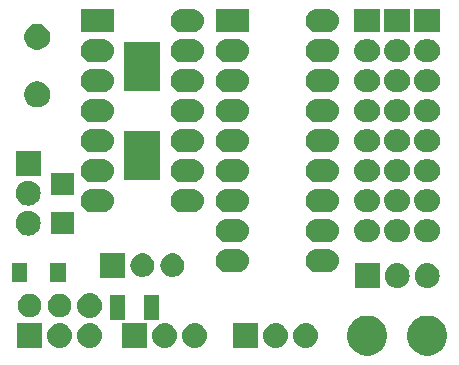
<source format=gbr>
G04 #@! TF.GenerationSoftware,KiCad,Pcbnew,(5.0.2)-1*
G04 #@! TF.CreationDate,2019-02-21T13:20:52+01:00*
G04 #@! TF.ProjectId,MutltiSwitch_Sw8,4d75746c-7469-4537-9769-7463685f5377,0.1*
G04 #@! TF.SameCoordinates,Original*
G04 #@! TF.FileFunction,Soldermask,Top*
G04 #@! TF.FilePolarity,Negative*
%FSLAX46Y46*%
G04 Gerber Fmt 4.6, Leading zero omitted, Abs format (unit mm)*
G04 Created by KiCad (PCBNEW (5.0.2)-1) date 21/02/2019 13:20:52*
%MOMM*%
%LPD*%
G01*
G04 APERTURE LIST*
%ADD10C,0.100000*%
G04 APERTURE END LIST*
D10*
G36*
X169931393Y-116453553D02*
X170040872Y-116475330D01*
X170350252Y-116603479D01*
X170628687Y-116789523D01*
X170865477Y-117026313D01*
X171051521Y-117304748D01*
X171179670Y-117614128D01*
X171245000Y-117942565D01*
X171245000Y-118277435D01*
X171179670Y-118605872D01*
X171051521Y-118915252D01*
X170865477Y-119193687D01*
X170628687Y-119430477D01*
X170350252Y-119616521D01*
X170040872Y-119744670D01*
X169931393Y-119766447D01*
X169712437Y-119810000D01*
X169377563Y-119810000D01*
X169158607Y-119766447D01*
X169049128Y-119744670D01*
X168739748Y-119616521D01*
X168461313Y-119430477D01*
X168224523Y-119193687D01*
X168038479Y-118915252D01*
X167910330Y-118605872D01*
X167845000Y-118277435D01*
X167845000Y-117942565D01*
X167910330Y-117614128D01*
X168038479Y-117304748D01*
X168224523Y-117026313D01*
X168461313Y-116789523D01*
X168739748Y-116603479D01*
X169049128Y-116475330D01*
X169158607Y-116453553D01*
X169377563Y-116410000D01*
X169712437Y-116410000D01*
X169931393Y-116453553D01*
X169931393Y-116453553D01*
G37*
G36*
X164851393Y-116453553D02*
X164960872Y-116475330D01*
X165270252Y-116603479D01*
X165548687Y-116789523D01*
X165785477Y-117026313D01*
X165971521Y-117304748D01*
X166099670Y-117614128D01*
X166165000Y-117942565D01*
X166165000Y-118277435D01*
X166099670Y-118605872D01*
X165971521Y-118915252D01*
X165785477Y-119193687D01*
X165548687Y-119430477D01*
X165270252Y-119616521D01*
X164960872Y-119744670D01*
X164851393Y-119766447D01*
X164632437Y-119810000D01*
X164297563Y-119810000D01*
X164078607Y-119766447D01*
X163969128Y-119744670D01*
X163659748Y-119616521D01*
X163381313Y-119430477D01*
X163144523Y-119193687D01*
X162958479Y-118915252D01*
X162830330Y-118605872D01*
X162765000Y-118277435D01*
X162765000Y-117942565D01*
X162830330Y-117614128D01*
X162958479Y-117304748D01*
X163144523Y-117026313D01*
X163381313Y-116789523D01*
X163659748Y-116603479D01*
X163969128Y-116475330D01*
X164078607Y-116453553D01*
X164297563Y-116410000D01*
X164632437Y-116410000D01*
X164851393Y-116453553D01*
X164851393Y-116453553D01*
G37*
G36*
X159386707Y-117067596D02*
X159463836Y-117075193D01*
X159595787Y-117115220D01*
X159661763Y-117135233D01*
X159844172Y-117232733D01*
X160004054Y-117363946D01*
X160135267Y-117523828D01*
X160232767Y-117706237D01*
X160232767Y-117706238D01*
X160292807Y-117904164D01*
X160313080Y-118110000D01*
X160292807Y-118315836D01*
X160252780Y-118447787D01*
X160232767Y-118513763D01*
X160135267Y-118696172D01*
X160004054Y-118856054D01*
X159844172Y-118987267D01*
X159661763Y-119084767D01*
X159595787Y-119104780D01*
X159463836Y-119144807D01*
X159386707Y-119152403D01*
X159309580Y-119160000D01*
X159206420Y-119160000D01*
X159129293Y-119152403D01*
X159052164Y-119144807D01*
X158920213Y-119104780D01*
X158854237Y-119084767D01*
X158671828Y-118987267D01*
X158511946Y-118856054D01*
X158380733Y-118696172D01*
X158283233Y-118513763D01*
X158263220Y-118447787D01*
X158223193Y-118315836D01*
X158202920Y-118110000D01*
X158223193Y-117904164D01*
X158283233Y-117706238D01*
X158283233Y-117706237D01*
X158380733Y-117523828D01*
X158511946Y-117363946D01*
X158671828Y-117232733D01*
X158854237Y-117135233D01*
X158920213Y-117115220D01*
X159052164Y-117075193D01*
X159129293Y-117067596D01*
X159206420Y-117060000D01*
X159309580Y-117060000D01*
X159386707Y-117067596D01*
X159386707Y-117067596D01*
G37*
G36*
X149988707Y-117067596D02*
X150065836Y-117075193D01*
X150197787Y-117115220D01*
X150263763Y-117135233D01*
X150446172Y-117232733D01*
X150606054Y-117363946D01*
X150737267Y-117523828D01*
X150834767Y-117706237D01*
X150834767Y-117706238D01*
X150894807Y-117904164D01*
X150915080Y-118110000D01*
X150894807Y-118315836D01*
X150854780Y-118447787D01*
X150834767Y-118513763D01*
X150737267Y-118696172D01*
X150606054Y-118856054D01*
X150446172Y-118987267D01*
X150263763Y-119084767D01*
X150197787Y-119104780D01*
X150065836Y-119144807D01*
X149988707Y-119152403D01*
X149911580Y-119160000D01*
X149808420Y-119160000D01*
X149731293Y-119152403D01*
X149654164Y-119144807D01*
X149522213Y-119104780D01*
X149456237Y-119084767D01*
X149273828Y-118987267D01*
X149113946Y-118856054D01*
X148982733Y-118696172D01*
X148885233Y-118513763D01*
X148865220Y-118447787D01*
X148825193Y-118315836D01*
X148804920Y-118110000D01*
X148825193Y-117904164D01*
X148885233Y-117706238D01*
X148885233Y-117706237D01*
X148982733Y-117523828D01*
X149113946Y-117363946D01*
X149273828Y-117232733D01*
X149456237Y-117135233D01*
X149522213Y-117115220D01*
X149654164Y-117075193D01*
X149731293Y-117067596D01*
X149808420Y-117060000D01*
X149911580Y-117060000D01*
X149988707Y-117067596D01*
X149988707Y-117067596D01*
G37*
G36*
X141098707Y-117067596D02*
X141175836Y-117075193D01*
X141307787Y-117115220D01*
X141373763Y-117135233D01*
X141556172Y-117232733D01*
X141716054Y-117363946D01*
X141847267Y-117523828D01*
X141944767Y-117706237D01*
X141944767Y-117706238D01*
X142004807Y-117904164D01*
X142025080Y-118110000D01*
X142004807Y-118315836D01*
X141964780Y-118447787D01*
X141944767Y-118513763D01*
X141847267Y-118696172D01*
X141716054Y-118856054D01*
X141556172Y-118987267D01*
X141373763Y-119084767D01*
X141307787Y-119104780D01*
X141175836Y-119144807D01*
X141098707Y-119152403D01*
X141021580Y-119160000D01*
X140918420Y-119160000D01*
X140841293Y-119152403D01*
X140764164Y-119144807D01*
X140632213Y-119104780D01*
X140566237Y-119084767D01*
X140383828Y-118987267D01*
X140223946Y-118856054D01*
X140092733Y-118696172D01*
X139995233Y-118513763D01*
X139975220Y-118447787D01*
X139935193Y-118315836D01*
X139914920Y-118110000D01*
X139935193Y-117904164D01*
X139995233Y-117706238D01*
X139995233Y-117706237D01*
X140092733Y-117523828D01*
X140223946Y-117363946D01*
X140383828Y-117232733D01*
X140566237Y-117135233D01*
X140632213Y-117115220D01*
X140764164Y-117075193D01*
X140841293Y-117067596D01*
X140918420Y-117060000D01*
X141021580Y-117060000D01*
X141098707Y-117067596D01*
X141098707Y-117067596D01*
G37*
G36*
X138558707Y-117067596D02*
X138635836Y-117075193D01*
X138767787Y-117115220D01*
X138833763Y-117135233D01*
X139016172Y-117232733D01*
X139176054Y-117363946D01*
X139307267Y-117523828D01*
X139404767Y-117706237D01*
X139404767Y-117706238D01*
X139464807Y-117904164D01*
X139485080Y-118110000D01*
X139464807Y-118315836D01*
X139424780Y-118447787D01*
X139404767Y-118513763D01*
X139307267Y-118696172D01*
X139176054Y-118856054D01*
X139016172Y-118987267D01*
X138833763Y-119084767D01*
X138767787Y-119104780D01*
X138635836Y-119144807D01*
X138558707Y-119152403D01*
X138481580Y-119160000D01*
X138378420Y-119160000D01*
X138301293Y-119152403D01*
X138224164Y-119144807D01*
X138092213Y-119104780D01*
X138026237Y-119084767D01*
X137843828Y-118987267D01*
X137683946Y-118856054D01*
X137552733Y-118696172D01*
X137455233Y-118513763D01*
X137435220Y-118447787D01*
X137395193Y-118315836D01*
X137374920Y-118110000D01*
X137395193Y-117904164D01*
X137455233Y-117706238D01*
X137455233Y-117706237D01*
X137552733Y-117523828D01*
X137683946Y-117363946D01*
X137843828Y-117232733D01*
X138026237Y-117135233D01*
X138092213Y-117115220D01*
X138224164Y-117075193D01*
X138301293Y-117067596D01*
X138378420Y-117060000D01*
X138481580Y-117060000D01*
X138558707Y-117067596D01*
X138558707Y-117067596D01*
G37*
G36*
X136940000Y-119160000D02*
X134840000Y-119160000D01*
X134840000Y-117060000D01*
X136940000Y-117060000D01*
X136940000Y-119160000D01*
X136940000Y-119160000D01*
G37*
G36*
X156846707Y-117067596D02*
X156923836Y-117075193D01*
X157055787Y-117115220D01*
X157121763Y-117135233D01*
X157304172Y-117232733D01*
X157464054Y-117363946D01*
X157595267Y-117523828D01*
X157692767Y-117706237D01*
X157692767Y-117706238D01*
X157752807Y-117904164D01*
X157773080Y-118110000D01*
X157752807Y-118315836D01*
X157712780Y-118447787D01*
X157692767Y-118513763D01*
X157595267Y-118696172D01*
X157464054Y-118856054D01*
X157304172Y-118987267D01*
X157121763Y-119084767D01*
X157055787Y-119104780D01*
X156923836Y-119144807D01*
X156846707Y-119152403D01*
X156769580Y-119160000D01*
X156666420Y-119160000D01*
X156589293Y-119152403D01*
X156512164Y-119144807D01*
X156380213Y-119104780D01*
X156314237Y-119084767D01*
X156131828Y-118987267D01*
X155971946Y-118856054D01*
X155840733Y-118696172D01*
X155743233Y-118513763D01*
X155723220Y-118447787D01*
X155683193Y-118315836D01*
X155662920Y-118110000D01*
X155683193Y-117904164D01*
X155743233Y-117706238D01*
X155743233Y-117706237D01*
X155840733Y-117523828D01*
X155971946Y-117363946D01*
X156131828Y-117232733D01*
X156314237Y-117135233D01*
X156380213Y-117115220D01*
X156512164Y-117075193D01*
X156589293Y-117067596D01*
X156666420Y-117060000D01*
X156769580Y-117060000D01*
X156846707Y-117067596D01*
X156846707Y-117067596D01*
G37*
G36*
X155228000Y-119160000D02*
X153128000Y-119160000D01*
X153128000Y-117060000D01*
X155228000Y-117060000D01*
X155228000Y-119160000D01*
X155228000Y-119160000D01*
G37*
G36*
X147448707Y-117067596D02*
X147525836Y-117075193D01*
X147657787Y-117115220D01*
X147723763Y-117135233D01*
X147906172Y-117232733D01*
X148066054Y-117363946D01*
X148197267Y-117523828D01*
X148294767Y-117706237D01*
X148294767Y-117706238D01*
X148354807Y-117904164D01*
X148375080Y-118110000D01*
X148354807Y-118315836D01*
X148314780Y-118447787D01*
X148294767Y-118513763D01*
X148197267Y-118696172D01*
X148066054Y-118856054D01*
X147906172Y-118987267D01*
X147723763Y-119084767D01*
X147657787Y-119104780D01*
X147525836Y-119144807D01*
X147448707Y-119152403D01*
X147371580Y-119160000D01*
X147268420Y-119160000D01*
X147191293Y-119152403D01*
X147114164Y-119144807D01*
X146982213Y-119104780D01*
X146916237Y-119084767D01*
X146733828Y-118987267D01*
X146573946Y-118856054D01*
X146442733Y-118696172D01*
X146345233Y-118513763D01*
X146325220Y-118447787D01*
X146285193Y-118315836D01*
X146264920Y-118110000D01*
X146285193Y-117904164D01*
X146345233Y-117706238D01*
X146345233Y-117706237D01*
X146442733Y-117523828D01*
X146573946Y-117363946D01*
X146733828Y-117232733D01*
X146916237Y-117135233D01*
X146982213Y-117115220D01*
X147114164Y-117075193D01*
X147191293Y-117067596D01*
X147268420Y-117060000D01*
X147371580Y-117060000D01*
X147448707Y-117067596D01*
X147448707Y-117067596D01*
G37*
G36*
X145830000Y-119160000D02*
X143730000Y-119160000D01*
X143730000Y-117060000D01*
X145830000Y-117060000D01*
X145830000Y-119160000D01*
X145830000Y-119160000D01*
G37*
G36*
X146880000Y-116747000D02*
X145580000Y-116747000D01*
X145580000Y-114647000D01*
X146880000Y-114647000D01*
X146880000Y-116747000D01*
X146880000Y-116747000D01*
G37*
G36*
X143980000Y-116747000D02*
X142680000Y-116747000D01*
X142680000Y-114647000D01*
X143980000Y-114647000D01*
X143980000Y-116747000D01*
X143980000Y-116747000D01*
G37*
G36*
X141098707Y-114527597D02*
X141175836Y-114535193D01*
X141307787Y-114575220D01*
X141373763Y-114595233D01*
X141556172Y-114692733D01*
X141716054Y-114823946D01*
X141847267Y-114983828D01*
X141944767Y-115166237D01*
X141944767Y-115166238D01*
X142004807Y-115364164D01*
X142025080Y-115570000D01*
X142004807Y-115775836D01*
X141978765Y-115861686D01*
X141944767Y-115973763D01*
X141847267Y-116156172D01*
X141716054Y-116316054D01*
X141556172Y-116447267D01*
X141373763Y-116544767D01*
X141307787Y-116564780D01*
X141175836Y-116604807D01*
X141098707Y-116612403D01*
X141021580Y-116620000D01*
X140918420Y-116620000D01*
X140841293Y-116612403D01*
X140764164Y-116604807D01*
X140632213Y-116564780D01*
X140566237Y-116544767D01*
X140383828Y-116447267D01*
X140223946Y-116316054D01*
X140092733Y-116156172D01*
X139995233Y-115973763D01*
X139961235Y-115861686D01*
X139935193Y-115775836D01*
X139914920Y-115570000D01*
X139935193Y-115364164D01*
X139995233Y-115166238D01*
X139995233Y-115166237D01*
X140092733Y-114983828D01*
X140223946Y-114823946D01*
X140383828Y-114692733D01*
X140566237Y-114595233D01*
X140632213Y-114575220D01*
X140764164Y-114535193D01*
X140841293Y-114527597D01*
X140918420Y-114520000D01*
X141021580Y-114520000D01*
X141098707Y-114527597D01*
X141098707Y-114527597D01*
G37*
G36*
X136065770Y-114585372D02*
X136181689Y-114608429D01*
X136363678Y-114683811D01*
X136527463Y-114793249D01*
X136666751Y-114932537D01*
X136776189Y-115096322D01*
X136851571Y-115278311D01*
X136890000Y-115471509D01*
X136890000Y-115668491D01*
X136851571Y-115861689D01*
X136776189Y-116043678D01*
X136666751Y-116207463D01*
X136527463Y-116346751D01*
X136363678Y-116456189D01*
X136181689Y-116531571D01*
X136065770Y-116554628D01*
X135988493Y-116570000D01*
X135791507Y-116570000D01*
X135714230Y-116554628D01*
X135598311Y-116531571D01*
X135416322Y-116456189D01*
X135252537Y-116346751D01*
X135113249Y-116207463D01*
X135003811Y-116043678D01*
X134928429Y-115861689D01*
X134890000Y-115668491D01*
X134890000Y-115471509D01*
X134928429Y-115278311D01*
X135003811Y-115096322D01*
X135113249Y-114932537D01*
X135252537Y-114793249D01*
X135416322Y-114683811D01*
X135598311Y-114608429D01*
X135714230Y-114585372D01*
X135791507Y-114570000D01*
X135988493Y-114570000D01*
X136065770Y-114585372D01*
X136065770Y-114585372D01*
G37*
G36*
X138605770Y-114585372D02*
X138721689Y-114608429D01*
X138903678Y-114683811D01*
X139067463Y-114793249D01*
X139206751Y-114932537D01*
X139316189Y-115096322D01*
X139391571Y-115278311D01*
X139430000Y-115471509D01*
X139430000Y-115668491D01*
X139391571Y-115861689D01*
X139316189Y-116043678D01*
X139206751Y-116207463D01*
X139067463Y-116346751D01*
X138903678Y-116456189D01*
X138721689Y-116531571D01*
X138605770Y-116554628D01*
X138528493Y-116570000D01*
X138331507Y-116570000D01*
X138254230Y-116554628D01*
X138138311Y-116531571D01*
X137956322Y-116456189D01*
X137792537Y-116346751D01*
X137653249Y-116207463D01*
X137543811Y-116043678D01*
X137468429Y-115861689D01*
X137430000Y-115668491D01*
X137430000Y-115471509D01*
X137468429Y-115278311D01*
X137543811Y-115096322D01*
X137653249Y-114932537D01*
X137792537Y-114793249D01*
X137956322Y-114683811D01*
X138138311Y-114608429D01*
X138254230Y-114585372D01*
X138331507Y-114570000D01*
X138528493Y-114570000D01*
X138605770Y-114585372D01*
X138605770Y-114585372D01*
G37*
G36*
X167133707Y-111987596D02*
X167210836Y-111995193D01*
X167342787Y-112035220D01*
X167408763Y-112055233D01*
X167591172Y-112152733D01*
X167751054Y-112283946D01*
X167882267Y-112443828D01*
X167979767Y-112626237D01*
X167979767Y-112626238D01*
X168039807Y-112824164D01*
X168060080Y-113030000D01*
X168039807Y-113235836D01*
X167999780Y-113367787D01*
X167979767Y-113433763D01*
X167882267Y-113616172D01*
X167751054Y-113776054D01*
X167591172Y-113907267D01*
X167408763Y-114004767D01*
X167342787Y-114024780D01*
X167210836Y-114064807D01*
X167133707Y-114072404D01*
X167056580Y-114080000D01*
X166953420Y-114080000D01*
X166876293Y-114072404D01*
X166799164Y-114064807D01*
X166667213Y-114024780D01*
X166601237Y-114004767D01*
X166418828Y-113907267D01*
X166258946Y-113776054D01*
X166127733Y-113616172D01*
X166030233Y-113433763D01*
X166010220Y-113367787D01*
X165970193Y-113235836D01*
X165949920Y-113030000D01*
X165970193Y-112824164D01*
X166030233Y-112626238D01*
X166030233Y-112626237D01*
X166127733Y-112443828D01*
X166258946Y-112283946D01*
X166418828Y-112152733D01*
X166601237Y-112055233D01*
X166667213Y-112035220D01*
X166799164Y-111995193D01*
X166876293Y-111987596D01*
X166953420Y-111980000D01*
X167056580Y-111980000D01*
X167133707Y-111987596D01*
X167133707Y-111987596D01*
G37*
G36*
X169673707Y-111987596D02*
X169750836Y-111995193D01*
X169882787Y-112035220D01*
X169948763Y-112055233D01*
X170131172Y-112152733D01*
X170291054Y-112283946D01*
X170422267Y-112443828D01*
X170519767Y-112626237D01*
X170519767Y-112626238D01*
X170579807Y-112824164D01*
X170600080Y-113030000D01*
X170579807Y-113235836D01*
X170539780Y-113367787D01*
X170519767Y-113433763D01*
X170422267Y-113616172D01*
X170291054Y-113776054D01*
X170131172Y-113907267D01*
X169948763Y-114004767D01*
X169882787Y-114024780D01*
X169750836Y-114064807D01*
X169673707Y-114072404D01*
X169596580Y-114080000D01*
X169493420Y-114080000D01*
X169416293Y-114072404D01*
X169339164Y-114064807D01*
X169207213Y-114024780D01*
X169141237Y-114004767D01*
X168958828Y-113907267D01*
X168798946Y-113776054D01*
X168667733Y-113616172D01*
X168570233Y-113433763D01*
X168550220Y-113367787D01*
X168510193Y-113235836D01*
X168489920Y-113030000D01*
X168510193Y-112824164D01*
X168570233Y-112626238D01*
X168570233Y-112626237D01*
X168667733Y-112443828D01*
X168798946Y-112283946D01*
X168958828Y-112152733D01*
X169141237Y-112055233D01*
X169207213Y-112035220D01*
X169339164Y-111995193D01*
X169416293Y-111987596D01*
X169493420Y-111980000D01*
X169596580Y-111980000D01*
X169673707Y-111987596D01*
X169673707Y-111987596D01*
G37*
G36*
X165515000Y-114080000D02*
X163415000Y-114080000D01*
X163415000Y-111980000D01*
X165515000Y-111980000D01*
X165515000Y-114080000D01*
X165515000Y-114080000D01*
G37*
G36*
X138952000Y-113576000D02*
X137652000Y-113576000D01*
X137652000Y-111976000D01*
X138952000Y-111976000D01*
X138952000Y-113576000D01*
X138952000Y-113576000D01*
G37*
G36*
X135652000Y-113576000D02*
X134352000Y-113576000D01*
X134352000Y-111976000D01*
X135652000Y-111976000D01*
X135652000Y-113576000D01*
X135652000Y-113576000D01*
G37*
G36*
X143925000Y-113191000D02*
X141825000Y-113191000D01*
X141825000Y-111091000D01*
X143925000Y-111091000D01*
X143925000Y-113191000D01*
X143925000Y-113191000D01*
G37*
G36*
X148130770Y-111156372D02*
X148246689Y-111179429D01*
X148428678Y-111254811D01*
X148592463Y-111364249D01*
X148731751Y-111503537D01*
X148841189Y-111667322D01*
X148916571Y-111849311D01*
X148937798Y-111956030D01*
X148955000Y-112042507D01*
X148955000Y-112239493D01*
X148939628Y-112316770D01*
X148916571Y-112432689D01*
X148841189Y-112614678D01*
X148731751Y-112778463D01*
X148592463Y-112917751D01*
X148428678Y-113027189D01*
X148246689Y-113102571D01*
X148130770Y-113125628D01*
X148053493Y-113141000D01*
X147856507Y-113141000D01*
X147779230Y-113125628D01*
X147663311Y-113102571D01*
X147481322Y-113027189D01*
X147317537Y-112917751D01*
X147178249Y-112778463D01*
X147068811Y-112614678D01*
X146993429Y-112432689D01*
X146970372Y-112316770D01*
X146955000Y-112239493D01*
X146955000Y-112042507D01*
X146972202Y-111956030D01*
X146993429Y-111849311D01*
X147068811Y-111667322D01*
X147178249Y-111503537D01*
X147317537Y-111364249D01*
X147481322Y-111254811D01*
X147663311Y-111179429D01*
X147779230Y-111156372D01*
X147856507Y-111141000D01*
X148053493Y-111141000D01*
X148130770Y-111156372D01*
X148130770Y-111156372D01*
G37*
G36*
X145590770Y-111156372D02*
X145706689Y-111179429D01*
X145888678Y-111254811D01*
X146052463Y-111364249D01*
X146191751Y-111503537D01*
X146301189Y-111667322D01*
X146376571Y-111849311D01*
X146397798Y-111956030D01*
X146415000Y-112042507D01*
X146415000Y-112239493D01*
X146399628Y-112316770D01*
X146376571Y-112432689D01*
X146301189Y-112614678D01*
X146191751Y-112778463D01*
X146052463Y-112917751D01*
X145888678Y-113027189D01*
X145706689Y-113102571D01*
X145590770Y-113125628D01*
X145513493Y-113141000D01*
X145316507Y-113141000D01*
X145239230Y-113125628D01*
X145123311Y-113102571D01*
X144941322Y-113027189D01*
X144777537Y-112917751D01*
X144638249Y-112778463D01*
X144528811Y-112614678D01*
X144453429Y-112432689D01*
X144430372Y-112316770D01*
X144415000Y-112239493D01*
X144415000Y-112042507D01*
X144432202Y-111956030D01*
X144453429Y-111849311D01*
X144528811Y-111667322D01*
X144638249Y-111503537D01*
X144777537Y-111364249D01*
X144941322Y-111254811D01*
X145123311Y-111179429D01*
X145239230Y-111156372D01*
X145316507Y-111141000D01*
X145513493Y-111141000D01*
X145590770Y-111156372D01*
X145590770Y-111156372D01*
G37*
G36*
X161251030Y-110774469D02*
X161251033Y-110774470D01*
X161251034Y-110774470D01*
X161439535Y-110831651D01*
X161439537Y-110831652D01*
X161613260Y-110924509D01*
X161765528Y-111049472D01*
X161890491Y-111201740D01*
X161983348Y-111375463D01*
X162040531Y-111563970D01*
X162059838Y-111760000D01*
X162040531Y-111956030D01*
X162040530Y-111956033D01*
X162040530Y-111956034D01*
X162014299Y-112042507D01*
X161983348Y-112144537D01*
X161890491Y-112318260D01*
X161765528Y-112470528D01*
X161613260Y-112595491D01*
X161613258Y-112595492D01*
X161439535Y-112688349D01*
X161251034Y-112745530D01*
X161251033Y-112745530D01*
X161251030Y-112745531D01*
X161104124Y-112760000D01*
X160205876Y-112760000D01*
X160058970Y-112745531D01*
X160058967Y-112745530D01*
X160058966Y-112745530D01*
X159870465Y-112688349D01*
X159696742Y-112595492D01*
X159696740Y-112595491D01*
X159544472Y-112470528D01*
X159419509Y-112318260D01*
X159326652Y-112144537D01*
X159295702Y-112042507D01*
X159269470Y-111956034D01*
X159269470Y-111956033D01*
X159269469Y-111956030D01*
X159250162Y-111760000D01*
X159269469Y-111563970D01*
X159326652Y-111375463D01*
X159419509Y-111201740D01*
X159544472Y-111049472D01*
X159696740Y-110924509D01*
X159870463Y-110831652D01*
X159870465Y-110831651D01*
X160058966Y-110774470D01*
X160058967Y-110774470D01*
X160058970Y-110774469D01*
X160205876Y-110760000D01*
X161104124Y-110760000D01*
X161251030Y-110774469D01*
X161251030Y-110774469D01*
G37*
G36*
X153631030Y-110774469D02*
X153631033Y-110774470D01*
X153631034Y-110774470D01*
X153819535Y-110831651D01*
X153819537Y-110831652D01*
X153993260Y-110924509D01*
X154145528Y-111049472D01*
X154270491Y-111201740D01*
X154363348Y-111375463D01*
X154420531Y-111563970D01*
X154439838Y-111760000D01*
X154420531Y-111956030D01*
X154420530Y-111956033D01*
X154420530Y-111956034D01*
X154394299Y-112042507D01*
X154363348Y-112144537D01*
X154270491Y-112318260D01*
X154145528Y-112470528D01*
X153993260Y-112595491D01*
X153993258Y-112595492D01*
X153819535Y-112688349D01*
X153631034Y-112745530D01*
X153631033Y-112745530D01*
X153631030Y-112745531D01*
X153484124Y-112760000D01*
X152585876Y-112760000D01*
X152438970Y-112745531D01*
X152438967Y-112745530D01*
X152438966Y-112745530D01*
X152250465Y-112688349D01*
X152076742Y-112595492D01*
X152076740Y-112595491D01*
X151924472Y-112470528D01*
X151799509Y-112318260D01*
X151706652Y-112144537D01*
X151675702Y-112042507D01*
X151649470Y-111956034D01*
X151649470Y-111956033D01*
X151649469Y-111956030D01*
X151630162Y-111760000D01*
X151649469Y-111563970D01*
X151706652Y-111375463D01*
X151799509Y-111201740D01*
X151924472Y-111049472D01*
X152076740Y-110924509D01*
X152250463Y-110831652D01*
X152250465Y-110831651D01*
X152438966Y-110774470D01*
X152438967Y-110774470D01*
X152438970Y-110774469D01*
X152585876Y-110760000D01*
X153484124Y-110760000D01*
X153631030Y-110774469D01*
X153631030Y-110774469D01*
G37*
G36*
X161251030Y-108234469D02*
X161251033Y-108234470D01*
X161251034Y-108234470D01*
X161439535Y-108291651D01*
X161439537Y-108291652D01*
X161613260Y-108384509D01*
X161765528Y-108509472D01*
X161890491Y-108661740D01*
X161983348Y-108835463D01*
X162040531Y-109023970D01*
X162059838Y-109220000D01*
X162040531Y-109416030D01*
X161983348Y-109604537D01*
X161890491Y-109778260D01*
X161765528Y-109930528D01*
X161613260Y-110055491D01*
X161613258Y-110055492D01*
X161439535Y-110148349D01*
X161251034Y-110205530D01*
X161251033Y-110205530D01*
X161251030Y-110205531D01*
X161104124Y-110220000D01*
X160205876Y-110220000D01*
X160058970Y-110205531D01*
X160058967Y-110205530D01*
X160058966Y-110205530D01*
X159870465Y-110148349D01*
X159696742Y-110055492D01*
X159696740Y-110055491D01*
X159544472Y-109930528D01*
X159419509Y-109778260D01*
X159326652Y-109604537D01*
X159269469Y-109416030D01*
X159250162Y-109220000D01*
X159269469Y-109023970D01*
X159326652Y-108835463D01*
X159419509Y-108661740D01*
X159544472Y-108509472D01*
X159696740Y-108384509D01*
X159870463Y-108291652D01*
X159870465Y-108291651D01*
X160058966Y-108234470D01*
X160058967Y-108234470D01*
X160058970Y-108234469D01*
X160205876Y-108220000D01*
X161104124Y-108220000D01*
X161251030Y-108234469D01*
X161251030Y-108234469D01*
G37*
G36*
X153631030Y-108234469D02*
X153631033Y-108234470D01*
X153631034Y-108234470D01*
X153819535Y-108291651D01*
X153819537Y-108291652D01*
X153993260Y-108384509D01*
X154145528Y-108509472D01*
X154270491Y-108661740D01*
X154363348Y-108835463D01*
X154420531Y-109023970D01*
X154439838Y-109220000D01*
X154420531Y-109416030D01*
X154363348Y-109604537D01*
X154270491Y-109778260D01*
X154145528Y-109930528D01*
X153993260Y-110055491D01*
X153993258Y-110055492D01*
X153819535Y-110148349D01*
X153631034Y-110205530D01*
X153631033Y-110205530D01*
X153631030Y-110205531D01*
X153484124Y-110220000D01*
X152585876Y-110220000D01*
X152438970Y-110205531D01*
X152438967Y-110205530D01*
X152438966Y-110205530D01*
X152250465Y-110148349D01*
X152076742Y-110055492D01*
X152076740Y-110055491D01*
X151924472Y-109930528D01*
X151799509Y-109778260D01*
X151706652Y-109604537D01*
X151649469Y-109416030D01*
X151630162Y-109220000D01*
X151649469Y-109023970D01*
X151706652Y-108835463D01*
X151799509Y-108661740D01*
X151924472Y-108509472D01*
X152076740Y-108384509D01*
X152250463Y-108291652D01*
X152250465Y-108291651D01*
X152438966Y-108234470D01*
X152438967Y-108234470D01*
X152438970Y-108234469D01*
X152585876Y-108220000D01*
X153484124Y-108220000D01*
X153631030Y-108234469D01*
X153631030Y-108234469D01*
G37*
G36*
X164731448Y-108276873D02*
X164801232Y-108283746D01*
X164890770Y-108310907D01*
X164980309Y-108338068D01*
X165145347Y-108426283D01*
X165290001Y-108544999D01*
X165408717Y-108689653D01*
X165496932Y-108854691D01*
X165496932Y-108854692D01*
X165551254Y-109033768D01*
X165569596Y-109220000D01*
X165551254Y-109406232D01*
X165534256Y-109462267D01*
X165496932Y-109585309D01*
X165408717Y-109750347D01*
X165290001Y-109895001D01*
X165145347Y-110013717D01*
X164980309Y-110101932D01*
X164890770Y-110129093D01*
X164801232Y-110156254D01*
X164661666Y-110170000D01*
X164268334Y-110170000D01*
X164128768Y-110156254D01*
X164039230Y-110129093D01*
X163949691Y-110101932D01*
X163784653Y-110013717D01*
X163639999Y-109895001D01*
X163521283Y-109750347D01*
X163433068Y-109585309D01*
X163395744Y-109462267D01*
X163378746Y-109406232D01*
X163360404Y-109220000D01*
X163378746Y-109033768D01*
X163433068Y-108854692D01*
X163433068Y-108854691D01*
X163521283Y-108689653D01*
X163639999Y-108544999D01*
X163784653Y-108426283D01*
X163949691Y-108338068D01*
X164039230Y-108310907D01*
X164128768Y-108283746D01*
X164198552Y-108276873D01*
X164268334Y-108270000D01*
X164661666Y-108270000D01*
X164731448Y-108276873D01*
X164731448Y-108276873D01*
G37*
G36*
X167271448Y-108276873D02*
X167341232Y-108283746D01*
X167430770Y-108310907D01*
X167520309Y-108338068D01*
X167685347Y-108426283D01*
X167830001Y-108544999D01*
X167948717Y-108689653D01*
X168036932Y-108854691D01*
X168036932Y-108854692D01*
X168091254Y-109033768D01*
X168109596Y-109220000D01*
X168091254Y-109406232D01*
X168074256Y-109462267D01*
X168036932Y-109585309D01*
X167948717Y-109750347D01*
X167830001Y-109895001D01*
X167685347Y-110013717D01*
X167520309Y-110101932D01*
X167430770Y-110129093D01*
X167341232Y-110156254D01*
X167201666Y-110170000D01*
X166808334Y-110170000D01*
X166668768Y-110156254D01*
X166579230Y-110129093D01*
X166489691Y-110101932D01*
X166324653Y-110013717D01*
X166179999Y-109895001D01*
X166061283Y-109750347D01*
X165973068Y-109585309D01*
X165935744Y-109462267D01*
X165918746Y-109406232D01*
X165900404Y-109220000D01*
X165918746Y-109033768D01*
X165973068Y-108854692D01*
X165973068Y-108854691D01*
X166061283Y-108689653D01*
X166179999Y-108544999D01*
X166324653Y-108426283D01*
X166489691Y-108338068D01*
X166579230Y-108310907D01*
X166668768Y-108283746D01*
X166738552Y-108276873D01*
X166808334Y-108270000D01*
X167201666Y-108270000D01*
X167271448Y-108276873D01*
X167271448Y-108276873D01*
G37*
G36*
X169811448Y-108276873D02*
X169881232Y-108283746D01*
X169970770Y-108310907D01*
X170060309Y-108338068D01*
X170225347Y-108426283D01*
X170370001Y-108544999D01*
X170488717Y-108689653D01*
X170576932Y-108854691D01*
X170576932Y-108854692D01*
X170631254Y-109033768D01*
X170649596Y-109220000D01*
X170631254Y-109406232D01*
X170614256Y-109462267D01*
X170576932Y-109585309D01*
X170488717Y-109750347D01*
X170370001Y-109895001D01*
X170225347Y-110013717D01*
X170060309Y-110101932D01*
X169970770Y-110129093D01*
X169881232Y-110156254D01*
X169741666Y-110170000D01*
X169348334Y-110170000D01*
X169208768Y-110156254D01*
X169119230Y-110129093D01*
X169029691Y-110101932D01*
X168864653Y-110013717D01*
X168719999Y-109895001D01*
X168601283Y-109750347D01*
X168513068Y-109585309D01*
X168475744Y-109462267D01*
X168458746Y-109406232D01*
X168440404Y-109220000D01*
X168458746Y-109033768D01*
X168513068Y-108854692D01*
X168513068Y-108854691D01*
X168601283Y-108689653D01*
X168719999Y-108544999D01*
X168864653Y-108426283D01*
X169029691Y-108338068D01*
X169119230Y-108310907D01*
X169208768Y-108283746D01*
X169278552Y-108276873D01*
X169348334Y-108270000D01*
X169741666Y-108270000D01*
X169811448Y-108276873D01*
X169811448Y-108276873D01*
G37*
G36*
X135891707Y-107542597D02*
X135968836Y-107550193D01*
X136100787Y-107590220D01*
X136166763Y-107610233D01*
X136349172Y-107707733D01*
X136509054Y-107838946D01*
X136640267Y-107998828D01*
X136737767Y-108181237D01*
X136737767Y-108181238D01*
X136797807Y-108379164D01*
X136818080Y-108585000D01*
X136797807Y-108790836D01*
X136757780Y-108922787D01*
X136737767Y-108988763D01*
X136640267Y-109171172D01*
X136509054Y-109331054D01*
X136349172Y-109462267D01*
X136166763Y-109559767D01*
X136100787Y-109579780D01*
X135968836Y-109619807D01*
X135891707Y-109627403D01*
X135814580Y-109635000D01*
X135711420Y-109635000D01*
X135634293Y-109627403D01*
X135557164Y-109619807D01*
X135425213Y-109579780D01*
X135359237Y-109559767D01*
X135176828Y-109462267D01*
X135016946Y-109331054D01*
X134885733Y-109171172D01*
X134788233Y-108988763D01*
X134768220Y-108922787D01*
X134728193Y-108790836D01*
X134707920Y-108585000D01*
X134728193Y-108379164D01*
X134788233Y-108181238D01*
X134788233Y-108181237D01*
X134885733Y-107998828D01*
X135016946Y-107838946D01*
X135176828Y-107707733D01*
X135359237Y-107610233D01*
X135425213Y-107590220D01*
X135557164Y-107550193D01*
X135634293Y-107542597D01*
X135711420Y-107535000D01*
X135814580Y-107535000D01*
X135891707Y-107542597D01*
X135891707Y-107542597D01*
G37*
G36*
X139634000Y-109535000D02*
X137734000Y-109535000D01*
X137734000Y-107635000D01*
X139634000Y-107635000D01*
X139634000Y-109535000D01*
X139634000Y-109535000D01*
G37*
G36*
X142201030Y-105694469D02*
X142201033Y-105694470D01*
X142201034Y-105694470D01*
X142389535Y-105751651D01*
X142389537Y-105751652D01*
X142563260Y-105844509D01*
X142715528Y-105969472D01*
X142840491Y-106121740D01*
X142933348Y-106295463D01*
X142990531Y-106483970D01*
X143009838Y-106680000D01*
X142990531Y-106876030D01*
X142933348Y-107064537D01*
X142840491Y-107238260D01*
X142715528Y-107390528D01*
X142563260Y-107515491D01*
X142563258Y-107515492D01*
X142389535Y-107608349D01*
X142201034Y-107665530D01*
X142201033Y-107665530D01*
X142201030Y-107665531D01*
X142054124Y-107680000D01*
X141155876Y-107680000D01*
X141008970Y-107665531D01*
X141008967Y-107665530D01*
X141008966Y-107665530D01*
X140820465Y-107608349D01*
X140646742Y-107515492D01*
X140646740Y-107515491D01*
X140494472Y-107390528D01*
X140369509Y-107238260D01*
X140276652Y-107064537D01*
X140219469Y-106876030D01*
X140200162Y-106680000D01*
X140219469Y-106483970D01*
X140276652Y-106295463D01*
X140369509Y-106121740D01*
X140494472Y-105969472D01*
X140646740Y-105844509D01*
X140820463Y-105751652D01*
X140820465Y-105751651D01*
X141008966Y-105694470D01*
X141008967Y-105694470D01*
X141008970Y-105694469D01*
X141155876Y-105680000D01*
X142054124Y-105680000D01*
X142201030Y-105694469D01*
X142201030Y-105694469D01*
G37*
G36*
X153631030Y-105694469D02*
X153631033Y-105694470D01*
X153631034Y-105694470D01*
X153819535Y-105751651D01*
X153819537Y-105751652D01*
X153993260Y-105844509D01*
X154145528Y-105969472D01*
X154270491Y-106121740D01*
X154363348Y-106295463D01*
X154420531Y-106483970D01*
X154439838Y-106680000D01*
X154420531Y-106876030D01*
X154363348Y-107064537D01*
X154270491Y-107238260D01*
X154145528Y-107390528D01*
X153993260Y-107515491D01*
X153993258Y-107515492D01*
X153819535Y-107608349D01*
X153631034Y-107665530D01*
X153631033Y-107665530D01*
X153631030Y-107665531D01*
X153484124Y-107680000D01*
X152585876Y-107680000D01*
X152438970Y-107665531D01*
X152438967Y-107665530D01*
X152438966Y-107665530D01*
X152250465Y-107608349D01*
X152076742Y-107515492D01*
X152076740Y-107515491D01*
X151924472Y-107390528D01*
X151799509Y-107238260D01*
X151706652Y-107064537D01*
X151649469Y-106876030D01*
X151630162Y-106680000D01*
X151649469Y-106483970D01*
X151706652Y-106295463D01*
X151799509Y-106121740D01*
X151924472Y-105969472D01*
X152076740Y-105844509D01*
X152250463Y-105751652D01*
X152250465Y-105751651D01*
X152438966Y-105694470D01*
X152438967Y-105694470D01*
X152438970Y-105694469D01*
X152585876Y-105680000D01*
X153484124Y-105680000D01*
X153631030Y-105694469D01*
X153631030Y-105694469D01*
G37*
G36*
X161251030Y-105694469D02*
X161251033Y-105694470D01*
X161251034Y-105694470D01*
X161439535Y-105751651D01*
X161439537Y-105751652D01*
X161613260Y-105844509D01*
X161765528Y-105969472D01*
X161890491Y-106121740D01*
X161983348Y-106295463D01*
X162040531Y-106483970D01*
X162059838Y-106680000D01*
X162040531Y-106876030D01*
X161983348Y-107064537D01*
X161890491Y-107238260D01*
X161765528Y-107390528D01*
X161613260Y-107515491D01*
X161613258Y-107515492D01*
X161439535Y-107608349D01*
X161251034Y-107665530D01*
X161251033Y-107665530D01*
X161251030Y-107665531D01*
X161104124Y-107680000D01*
X160205876Y-107680000D01*
X160058970Y-107665531D01*
X160058967Y-107665530D01*
X160058966Y-107665530D01*
X159870465Y-107608349D01*
X159696742Y-107515492D01*
X159696740Y-107515491D01*
X159544472Y-107390528D01*
X159419509Y-107238260D01*
X159326652Y-107064537D01*
X159269469Y-106876030D01*
X159250162Y-106680000D01*
X159269469Y-106483970D01*
X159326652Y-106295463D01*
X159419509Y-106121740D01*
X159544472Y-105969472D01*
X159696740Y-105844509D01*
X159870463Y-105751652D01*
X159870465Y-105751651D01*
X160058966Y-105694470D01*
X160058967Y-105694470D01*
X160058970Y-105694469D01*
X160205876Y-105680000D01*
X161104124Y-105680000D01*
X161251030Y-105694469D01*
X161251030Y-105694469D01*
G37*
G36*
X149821030Y-105694469D02*
X149821033Y-105694470D01*
X149821034Y-105694470D01*
X150009535Y-105751651D01*
X150009537Y-105751652D01*
X150183260Y-105844509D01*
X150335528Y-105969472D01*
X150460491Y-106121740D01*
X150553348Y-106295463D01*
X150610531Y-106483970D01*
X150629838Y-106680000D01*
X150610531Y-106876030D01*
X150553348Y-107064537D01*
X150460491Y-107238260D01*
X150335528Y-107390528D01*
X150183260Y-107515491D01*
X150183258Y-107515492D01*
X150009535Y-107608349D01*
X149821034Y-107665530D01*
X149821033Y-107665530D01*
X149821030Y-107665531D01*
X149674124Y-107680000D01*
X148775876Y-107680000D01*
X148628970Y-107665531D01*
X148628967Y-107665530D01*
X148628966Y-107665530D01*
X148440465Y-107608349D01*
X148266742Y-107515492D01*
X148266740Y-107515491D01*
X148114472Y-107390528D01*
X147989509Y-107238260D01*
X147896652Y-107064537D01*
X147839469Y-106876030D01*
X147820162Y-106680000D01*
X147839469Y-106483970D01*
X147896652Y-106295463D01*
X147989509Y-106121740D01*
X148114472Y-105969472D01*
X148266740Y-105844509D01*
X148440463Y-105751652D01*
X148440465Y-105751651D01*
X148628966Y-105694470D01*
X148628967Y-105694470D01*
X148628970Y-105694469D01*
X148775876Y-105680000D01*
X149674124Y-105680000D01*
X149821030Y-105694469D01*
X149821030Y-105694469D01*
G37*
G36*
X164801232Y-105743746D02*
X164890770Y-105770907D01*
X164980309Y-105798068D01*
X165145347Y-105886283D01*
X165290001Y-106004999D01*
X165408717Y-106149653D01*
X165496932Y-106314691D01*
X165496932Y-106314692D01*
X165551254Y-106493768D01*
X165569596Y-106680000D01*
X165551254Y-106866232D01*
X165534256Y-106922267D01*
X165496932Y-107045309D01*
X165408717Y-107210347D01*
X165290001Y-107355001D01*
X165145347Y-107473717D01*
X164980309Y-107561932D01*
X164890770Y-107589093D01*
X164801232Y-107616254D01*
X164661666Y-107630000D01*
X164268334Y-107630000D01*
X164128768Y-107616254D01*
X164039230Y-107589093D01*
X163949691Y-107561932D01*
X163784653Y-107473717D01*
X163639999Y-107355001D01*
X163521283Y-107210347D01*
X163433068Y-107045309D01*
X163395744Y-106922267D01*
X163378746Y-106866232D01*
X163360404Y-106680000D01*
X163378746Y-106493768D01*
X163433068Y-106314692D01*
X163433068Y-106314691D01*
X163521283Y-106149653D01*
X163639999Y-106004999D01*
X163784653Y-105886283D01*
X163949691Y-105798068D01*
X164039230Y-105770907D01*
X164128768Y-105743746D01*
X164198552Y-105736873D01*
X164268334Y-105730000D01*
X164661666Y-105730000D01*
X164801232Y-105743746D01*
X164801232Y-105743746D01*
G37*
G36*
X169881232Y-105743746D02*
X169970770Y-105770907D01*
X170060309Y-105798068D01*
X170225347Y-105886283D01*
X170370001Y-106004999D01*
X170488717Y-106149653D01*
X170576932Y-106314691D01*
X170576932Y-106314692D01*
X170631254Y-106493768D01*
X170649596Y-106680000D01*
X170631254Y-106866232D01*
X170614256Y-106922267D01*
X170576932Y-107045309D01*
X170488717Y-107210347D01*
X170370001Y-107355001D01*
X170225347Y-107473717D01*
X170060309Y-107561932D01*
X169970770Y-107589093D01*
X169881232Y-107616254D01*
X169741666Y-107630000D01*
X169348334Y-107630000D01*
X169208768Y-107616254D01*
X169119230Y-107589093D01*
X169029691Y-107561932D01*
X168864653Y-107473717D01*
X168719999Y-107355001D01*
X168601283Y-107210347D01*
X168513068Y-107045309D01*
X168475744Y-106922267D01*
X168458746Y-106866232D01*
X168440404Y-106680000D01*
X168458746Y-106493768D01*
X168513068Y-106314692D01*
X168513068Y-106314691D01*
X168601283Y-106149653D01*
X168719999Y-106004999D01*
X168864653Y-105886283D01*
X169029691Y-105798068D01*
X169119230Y-105770907D01*
X169208768Y-105743746D01*
X169278552Y-105736873D01*
X169348334Y-105730000D01*
X169741666Y-105730000D01*
X169881232Y-105743746D01*
X169881232Y-105743746D01*
G37*
G36*
X167341232Y-105743746D02*
X167430770Y-105770907D01*
X167520309Y-105798068D01*
X167685347Y-105886283D01*
X167830001Y-106004999D01*
X167948717Y-106149653D01*
X168036932Y-106314691D01*
X168036932Y-106314692D01*
X168091254Y-106493768D01*
X168109596Y-106680000D01*
X168091254Y-106866232D01*
X168074256Y-106922267D01*
X168036932Y-107045309D01*
X167948717Y-107210347D01*
X167830001Y-107355001D01*
X167685347Y-107473717D01*
X167520309Y-107561932D01*
X167430770Y-107589093D01*
X167341232Y-107616254D01*
X167201666Y-107630000D01*
X166808334Y-107630000D01*
X166668768Y-107616254D01*
X166579230Y-107589093D01*
X166489691Y-107561932D01*
X166324653Y-107473717D01*
X166179999Y-107355001D01*
X166061283Y-107210347D01*
X165973068Y-107045309D01*
X165935744Y-106922267D01*
X165918746Y-106866232D01*
X165900404Y-106680000D01*
X165918746Y-106493768D01*
X165973068Y-106314692D01*
X165973068Y-106314691D01*
X166061283Y-106149653D01*
X166179999Y-106004999D01*
X166324653Y-105886283D01*
X166489691Y-105798068D01*
X166579230Y-105770907D01*
X166668768Y-105743746D01*
X166738552Y-105736873D01*
X166808334Y-105730000D01*
X167201666Y-105730000D01*
X167341232Y-105743746D01*
X167341232Y-105743746D01*
G37*
G36*
X135891707Y-105002596D02*
X135968836Y-105010193D01*
X136100787Y-105050220D01*
X136166763Y-105070233D01*
X136349172Y-105167733D01*
X136509054Y-105298946D01*
X136640267Y-105458828D01*
X136737767Y-105641237D01*
X136737767Y-105641238D01*
X136797807Y-105839164D01*
X136818080Y-106045000D01*
X136797807Y-106250836D01*
X136757780Y-106382787D01*
X136737767Y-106448763D01*
X136640267Y-106631172D01*
X136509054Y-106791054D01*
X136349172Y-106922267D01*
X136166763Y-107019767D01*
X136100787Y-107039780D01*
X135968836Y-107079807D01*
X135891707Y-107087404D01*
X135814580Y-107095000D01*
X135711420Y-107095000D01*
X135634293Y-107087404D01*
X135557164Y-107079807D01*
X135425213Y-107039780D01*
X135359237Y-107019767D01*
X135176828Y-106922267D01*
X135016946Y-106791054D01*
X134885733Y-106631172D01*
X134788233Y-106448763D01*
X134768220Y-106382787D01*
X134728193Y-106250836D01*
X134707920Y-106045000D01*
X134728193Y-105839164D01*
X134788233Y-105641238D01*
X134788233Y-105641237D01*
X134885733Y-105458828D01*
X135016946Y-105298946D01*
X135176828Y-105167733D01*
X135359237Y-105070233D01*
X135425213Y-105050220D01*
X135557164Y-105010193D01*
X135634293Y-105002596D01*
X135711420Y-104995000D01*
X135814580Y-104995000D01*
X135891707Y-105002596D01*
X135891707Y-105002596D01*
G37*
G36*
X139634000Y-106235000D02*
X137734000Y-106235000D01*
X137734000Y-104335000D01*
X139634000Y-104335000D01*
X139634000Y-106235000D01*
X139634000Y-106235000D01*
G37*
G36*
X161251030Y-103154469D02*
X161251033Y-103154470D01*
X161251034Y-103154470D01*
X161439535Y-103211651D01*
X161439537Y-103211652D01*
X161613260Y-103304509D01*
X161765528Y-103429472D01*
X161890491Y-103581740D01*
X161983348Y-103755463D01*
X162040531Y-103943970D01*
X162059838Y-104140000D01*
X162040531Y-104336030D01*
X161983348Y-104524537D01*
X161890491Y-104698260D01*
X161765528Y-104850528D01*
X161613260Y-104975491D01*
X161613258Y-104975492D01*
X161439535Y-105068349D01*
X161251034Y-105125530D01*
X161251033Y-105125530D01*
X161251030Y-105125531D01*
X161104124Y-105140000D01*
X160205876Y-105140000D01*
X160058970Y-105125531D01*
X160058967Y-105125530D01*
X160058966Y-105125530D01*
X159870465Y-105068349D01*
X159696742Y-104975492D01*
X159696740Y-104975491D01*
X159544472Y-104850528D01*
X159419509Y-104698260D01*
X159326652Y-104524537D01*
X159269469Y-104336030D01*
X159250162Y-104140000D01*
X159269469Y-103943970D01*
X159326652Y-103755463D01*
X159419509Y-103581740D01*
X159544472Y-103429472D01*
X159696740Y-103304509D01*
X159870463Y-103211652D01*
X159870465Y-103211651D01*
X160058966Y-103154470D01*
X160058967Y-103154470D01*
X160058970Y-103154469D01*
X160205876Y-103140000D01*
X161104124Y-103140000D01*
X161251030Y-103154469D01*
X161251030Y-103154469D01*
G37*
G36*
X153631030Y-103154469D02*
X153631033Y-103154470D01*
X153631034Y-103154470D01*
X153819535Y-103211651D01*
X153819537Y-103211652D01*
X153993260Y-103304509D01*
X154145528Y-103429472D01*
X154270491Y-103581740D01*
X154363348Y-103755463D01*
X154420531Y-103943970D01*
X154439838Y-104140000D01*
X154420531Y-104336030D01*
X154363348Y-104524537D01*
X154270491Y-104698260D01*
X154145528Y-104850528D01*
X153993260Y-104975491D01*
X153993258Y-104975492D01*
X153819535Y-105068349D01*
X153631034Y-105125530D01*
X153631033Y-105125530D01*
X153631030Y-105125531D01*
X153484124Y-105140000D01*
X152585876Y-105140000D01*
X152438970Y-105125531D01*
X152438967Y-105125530D01*
X152438966Y-105125530D01*
X152250465Y-105068349D01*
X152076742Y-104975492D01*
X152076740Y-104975491D01*
X151924472Y-104850528D01*
X151799509Y-104698260D01*
X151706652Y-104524537D01*
X151649469Y-104336030D01*
X151630162Y-104140000D01*
X151649469Y-103943970D01*
X151706652Y-103755463D01*
X151799509Y-103581740D01*
X151924472Y-103429472D01*
X152076740Y-103304509D01*
X152250463Y-103211652D01*
X152250465Y-103211651D01*
X152438966Y-103154470D01*
X152438967Y-103154470D01*
X152438970Y-103154469D01*
X152585876Y-103140000D01*
X153484124Y-103140000D01*
X153631030Y-103154469D01*
X153631030Y-103154469D01*
G37*
G36*
X142201030Y-103154469D02*
X142201033Y-103154470D01*
X142201034Y-103154470D01*
X142389535Y-103211651D01*
X142389537Y-103211652D01*
X142563260Y-103304509D01*
X142715528Y-103429472D01*
X142840491Y-103581740D01*
X142933348Y-103755463D01*
X142990531Y-103943970D01*
X143009838Y-104140000D01*
X142990531Y-104336030D01*
X142933348Y-104524537D01*
X142840491Y-104698260D01*
X142715528Y-104850528D01*
X142563260Y-104975491D01*
X142563258Y-104975492D01*
X142389535Y-105068349D01*
X142201034Y-105125530D01*
X142201033Y-105125530D01*
X142201030Y-105125531D01*
X142054124Y-105140000D01*
X141155876Y-105140000D01*
X141008970Y-105125531D01*
X141008967Y-105125530D01*
X141008966Y-105125530D01*
X140820465Y-105068349D01*
X140646742Y-104975492D01*
X140646740Y-104975491D01*
X140494472Y-104850528D01*
X140369509Y-104698260D01*
X140276652Y-104524537D01*
X140219469Y-104336030D01*
X140200162Y-104140000D01*
X140219469Y-103943970D01*
X140276652Y-103755463D01*
X140369509Y-103581740D01*
X140494472Y-103429472D01*
X140646740Y-103304509D01*
X140820463Y-103211652D01*
X140820465Y-103211651D01*
X141008966Y-103154470D01*
X141008967Y-103154470D01*
X141008970Y-103154469D01*
X141155876Y-103140000D01*
X142054124Y-103140000D01*
X142201030Y-103154469D01*
X142201030Y-103154469D01*
G37*
G36*
X149821030Y-103154469D02*
X149821033Y-103154470D01*
X149821034Y-103154470D01*
X150009535Y-103211651D01*
X150009537Y-103211652D01*
X150183260Y-103304509D01*
X150335528Y-103429472D01*
X150460491Y-103581740D01*
X150553348Y-103755463D01*
X150610531Y-103943970D01*
X150629838Y-104140000D01*
X150610531Y-104336030D01*
X150553348Y-104524537D01*
X150460491Y-104698260D01*
X150335528Y-104850528D01*
X150183260Y-104975491D01*
X150183258Y-104975492D01*
X150009535Y-105068349D01*
X149821034Y-105125530D01*
X149821033Y-105125530D01*
X149821030Y-105125531D01*
X149674124Y-105140000D01*
X148775876Y-105140000D01*
X148628970Y-105125531D01*
X148628967Y-105125530D01*
X148628966Y-105125530D01*
X148440465Y-105068349D01*
X148266742Y-104975492D01*
X148266740Y-104975491D01*
X148114472Y-104850528D01*
X147989509Y-104698260D01*
X147896652Y-104524537D01*
X147839469Y-104336030D01*
X147820162Y-104140000D01*
X147839469Y-103943970D01*
X147896652Y-103755463D01*
X147989509Y-103581740D01*
X148114472Y-103429472D01*
X148266740Y-103304509D01*
X148440463Y-103211652D01*
X148440465Y-103211651D01*
X148628966Y-103154470D01*
X148628967Y-103154470D01*
X148628970Y-103154469D01*
X148775876Y-103140000D01*
X149674124Y-103140000D01*
X149821030Y-103154469D01*
X149821030Y-103154469D01*
G37*
G36*
X164731448Y-103196873D02*
X164801232Y-103203746D01*
X164890770Y-103230907D01*
X164980309Y-103258068D01*
X165145347Y-103346283D01*
X165290001Y-103464999D01*
X165408717Y-103609653D01*
X165496932Y-103774691D01*
X165496932Y-103774692D01*
X165551254Y-103953768D01*
X165569596Y-104140000D01*
X165551254Y-104326232D01*
X165524093Y-104415770D01*
X165496932Y-104505309D01*
X165408717Y-104670347D01*
X165290001Y-104815001D01*
X165145347Y-104933717D01*
X164980309Y-105021932D01*
X164890770Y-105049093D01*
X164801232Y-105076254D01*
X164731448Y-105083127D01*
X164661666Y-105090000D01*
X164268334Y-105090000D01*
X164198552Y-105083127D01*
X164128768Y-105076254D01*
X164039230Y-105049093D01*
X163949691Y-105021932D01*
X163784653Y-104933717D01*
X163639999Y-104815001D01*
X163521283Y-104670347D01*
X163433068Y-104505309D01*
X163405907Y-104415770D01*
X163378746Y-104326232D01*
X163360404Y-104140000D01*
X163378746Y-103953768D01*
X163433068Y-103774692D01*
X163433068Y-103774691D01*
X163521283Y-103609653D01*
X163639999Y-103464999D01*
X163784653Y-103346283D01*
X163949691Y-103258068D01*
X164039230Y-103230907D01*
X164128768Y-103203746D01*
X164198552Y-103196873D01*
X164268334Y-103190000D01*
X164661666Y-103190000D01*
X164731448Y-103196873D01*
X164731448Y-103196873D01*
G37*
G36*
X169811448Y-103196873D02*
X169881232Y-103203746D01*
X169970770Y-103230907D01*
X170060309Y-103258068D01*
X170225347Y-103346283D01*
X170370001Y-103464999D01*
X170488717Y-103609653D01*
X170576932Y-103774691D01*
X170576932Y-103774692D01*
X170631254Y-103953768D01*
X170649596Y-104140000D01*
X170631254Y-104326232D01*
X170604093Y-104415770D01*
X170576932Y-104505309D01*
X170488717Y-104670347D01*
X170370001Y-104815001D01*
X170225347Y-104933717D01*
X170060309Y-105021932D01*
X169970770Y-105049093D01*
X169881232Y-105076254D01*
X169811448Y-105083127D01*
X169741666Y-105090000D01*
X169348334Y-105090000D01*
X169278552Y-105083127D01*
X169208768Y-105076254D01*
X169119230Y-105049093D01*
X169029691Y-105021932D01*
X168864653Y-104933717D01*
X168719999Y-104815001D01*
X168601283Y-104670347D01*
X168513068Y-104505309D01*
X168485907Y-104415770D01*
X168458746Y-104326232D01*
X168440404Y-104140000D01*
X168458746Y-103953768D01*
X168513068Y-103774692D01*
X168513068Y-103774691D01*
X168601283Y-103609653D01*
X168719999Y-103464999D01*
X168864653Y-103346283D01*
X169029691Y-103258068D01*
X169119230Y-103230907D01*
X169208768Y-103203746D01*
X169278552Y-103196873D01*
X169348334Y-103190000D01*
X169741666Y-103190000D01*
X169811448Y-103196873D01*
X169811448Y-103196873D01*
G37*
G36*
X167271448Y-103196873D02*
X167341232Y-103203746D01*
X167430770Y-103230907D01*
X167520309Y-103258068D01*
X167685347Y-103346283D01*
X167830001Y-103464999D01*
X167948717Y-103609653D01*
X168036932Y-103774691D01*
X168036932Y-103774692D01*
X168091254Y-103953768D01*
X168109596Y-104140000D01*
X168091254Y-104326232D01*
X168064093Y-104415770D01*
X168036932Y-104505309D01*
X167948717Y-104670347D01*
X167830001Y-104815001D01*
X167685347Y-104933717D01*
X167520309Y-105021932D01*
X167430770Y-105049093D01*
X167341232Y-105076254D01*
X167271448Y-105083127D01*
X167201666Y-105090000D01*
X166808334Y-105090000D01*
X166738552Y-105083127D01*
X166668768Y-105076254D01*
X166579230Y-105049093D01*
X166489691Y-105021932D01*
X166324653Y-104933717D01*
X166179999Y-104815001D01*
X166061283Y-104670347D01*
X165973068Y-104505309D01*
X165945907Y-104415770D01*
X165918746Y-104326232D01*
X165900404Y-104140000D01*
X165918746Y-103953768D01*
X165973068Y-103774692D01*
X165973068Y-103774691D01*
X166061283Y-103609653D01*
X166179999Y-103464999D01*
X166324653Y-103346283D01*
X166489691Y-103258068D01*
X166579230Y-103230907D01*
X166668768Y-103203746D01*
X166738552Y-103196873D01*
X166808334Y-103190000D01*
X167201666Y-103190000D01*
X167271448Y-103196873D01*
X167271448Y-103196873D01*
G37*
G36*
X146965000Y-104910000D02*
X143865000Y-104910000D01*
X143865000Y-100760000D01*
X146965000Y-100760000D01*
X146965000Y-104910000D01*
X146965000Y-104910000D01*
G37*
G36*
X136813000Y-104555000D02*
X134713000Y-104555000D01*
X134713000Y-102455000D01*
X136813000Y-102455000D01*
X136813000Y-104555000D01*
X136813000Y-104555000D01*
G37*
G36*
X142201030Y-100614469D02*
X142201033Y-100614470D01*
X142201034Y-100614470D01*
X142389535Y-100671651D01*
X142389537Y-100671652D01*
X142563260Y-100764509D01*
X142715528Y-100889472D01*
X142840491Y-101041740D01*
X142933348Y-101215463D01*
X142990531Y-101403970D01*
X143009838Y-101600000D01*
X142990531Y-101796030D01*
X142933348Y-101984537D01*
X142840491Y-102158260D01*
X142715528Y-102310528D01*
X142563260Y-102435491D01*
X142563258Y-102435492D01*
X142389535Y-102528349D01*
X142201034Y-102585530D01*
X142201033Y-102585530D01*
X142201030Y-102585531D01*
X142054124Y-102600000D01*
X141155876Y-102600000D01*
X141008970Y-102585531D01*
X141008967Y-102585530D01*
X141008966Y-102585530D01*
X140820465Y-102528349D01*
X140646742Y-102435492D01*
X140646740Y-102435491D01*
X140494472Y-102310528D01*
X140369509Y-102158260D01*
X140276652Y-101984537D01*
X140219469Y-101796030D01*
X140200162Y-101600000D01*
X140219469Y-101403970D01*
X140276652Y-101215463D01*
X140369509Y-101041740D01*
X140494472Y-100889472D01*
X140646740Y-100764509D01*
X140820463Y-100671652D01*
X140820465Y-100671651D01*
X141008966Y-100614470D01*
X141008967Y-100614470D01*
X141008970Y-100614469D01*
X141155876Y-100600000D01*
X142054124Y-100600000D01*
X142201030Y-100614469D01*
X142201030Y-100614469D01*
G37*
G36*
X149821030Y-100614469D02*
X149821033Y-100614470D01*
X149821034Y-100614470D01*
X150009535Y-100671651D01*
X150009537Y-100671652D01*
X150183260Y-100764509D01*
X150335528Y-100889472D01*
X150460491Y-101041740D01*
X150553348Y-101215463D01*
X150610531Y-101403970D01*
X150629838Y-101600000D01*
X150610531Y-101796030D01*
X150553348Y-101984537D01*
X150460491Y-102158260D01*
X150335528Y-102310528D01*
X150183260Y-102435491D01*
X150183258Y-102435492D01*
X150009535Y-102528349D01*
X149821034Y-102585530D01*
X149821033Y-102585530D01*
X149821030Y-102585531D01*
X149674124Y-102600000D01*
X148775876Y-102600000D01*
X148628970Y-102585531D01*
X148628967Y-102585530D01*
X148628966Y-102585530D01*
X148440465Y-102528349D01*
X148266742Y-102435492D01*
X148266740Y-102435491D01*
X148114472Y-102310528D01*
X147989509Y-102158260D01*
X147896652Y-101984537D01*
X147839469Y-101796030D01*
X147820162Y-101600000D01*
X147839469Y-101403970D01*
X147896652Y-101215463D01*
X147989509Y-101041740D01*
X148114472Y-100889472D01*
X148266740Y-100764509D01*
X148440463Y-100671652D01*
X148440465Y-100671651D01*
X148628966Y-100614470D01*
X148628967Y-100614470D01*
X148628970Y-100614469D01*
X148775876Y-100600000D01*
X149674124Y-100600000D01*
X149821030Y-100614469D01*
X149821030Y-100614469D01*
G37*
G36*
X153631030Y-100614469D02*
X153631033Y-100614470D01*
X153631034Y-100614470D01*
X153819535Y-100671651D01*
X153819537Y-100671652D01*
X153993260Y-100764509D01*
X154145528Y-100889472D01*
X154270491Y-101041740D01*
X154363348Y-101215463D01*
X154420531Y-101403970D01*
X154439838Y-101600000D01*
X154420531Y-101796030D01*
X154363348Y-101984537D01*
X154270491Y-102158260D01*
X154145528Y-102310528D01*
X153993260Y-102435491D01*
X153993258Y-102435492D01*
X153819535Y-102528349D01*
X153631034Y-102585530D01*
X153631033Y-102585530D01*
X153631030Y-102585531D01*
X153484124Y-102600000D01*
X152585876Y-102600000D01*
X152438970Y-102585531D01*
X152438967Y-102585530D01*
X152438966Y-102585530D01*
X152250465Y-102528349D01*
X152076742Y-102435492D01*
X152076740Y-102435491D01*
X151924472Y-102310528D01*
X151799509Y-102158260D01*
X151706652Y-101984537D01*
X151649469Y-101796030D01*
X151630162Y-101600000D01*
X151649469Y-101403970D01*
X151706652Y-101215463D01*
X151799509Y-101041740D01*
X151924472Y-100889472D01*
X152076740Y-100764509D01*
X152250463Y-100671652D01*
X152250465Y-100671651D01*
X152438966Y-100614470D01*
X152438967Y-100614470D01*
X152438970Y-100614469D01*
X152585876Y-100600000D01*
X153484124Y-100600000D01*
X153631030Y-100614469D01*
X153631030Y-100614469D01*
G37*
G36*
X161251030Y-100614469D02*
X161251033Y-100614470D01*
X161251034Y-100614470D01*
X161439535Y-100671651D01*
X161439537Y-100671652D01*
X161613260Y-100764509D01*
X161765528Y-100889472D01*
X161890491Y-101041740D01*
X161983348Y-101215463D01*
X162040531Y-101403970D01*
X162059838Y-101600000D01*
X162040531Y-101796030D01*
X161983348Y-101984537D01*
X161890491Y-102158260D01*
X161765528Y-102310528D01*
X161613260Y-102435491D01*
X161613258Y-102435492D01*
X161439535Y-102528349D01*
X161251034Y-102585530D01*
X161251033Y-102585530D01*
X161251030Y-102585531D01*
X161104124Y-102600000D01*
X160205876Y-102600000D01*
X160058970Y-102585531D01*
X160058967Y-102585530D01*
X160058966Y-102585530D01*
X159870465Y-102528349D01*
X159696742Y-102435492D01*
X159696740Y-102435491D01*
X159544472Y-102310528D01*
X159419509Y-102158260D01*
X159326652Y-101984537D01*
X159269469Y-101796030D01*
X159250162Y-101600000D01*
X159269469Y-101403970D01*
X159326652Y-101215463D01*
X159419509Y-101041740D01*
X159544472Y-100889472D01*
X159696740Y-100764509D01*
X159870463Y-100671652D01*
X159870465Y-100671651D01*
X160058966Y-100614470D01*
X160058967Y-100614470D01*
X160058970Y-100614469D01*
X160205876Y-100600000D01*
X161104124Y-100600000D01*
X161251030Y-100614469D01*
X161251030Y-100614469D01*
G37*
G36*
X169811448Y-100656873D02*
X169881232Y-100663746D01*
X169970770Y-100690907D01*
X170060309Y-100718068D01*
X170225347Y-100806283D01*
X170370001Y-100924999D01*
X170488717Y-101069653D01*
X170576932Y-101234691D01*
X170576932Y-101234692D01*
X170631254Y-101413768D01*
X170649596Y-101600000D01*
X170631254Y-101786232D01*
X170604093Y-101875770D01*
X170576932Y-101965309D01*
X170488717Y-102130347D01*
X170370001Y-102275001D01*
X170225347Y-102393717D01*
X170060309Y-102481932D01*
X169970770Y-102509093D01*
X169881232Y-102536254D01*
X169811448Y-102543127D01*
X169741666Y-102550000D01*
X169348334Y-102550000D01*
X169278552Y-102543127D01*
X169208768Y-102536254D01*
X169119230Y-102509093D01*
X169029691Y-102481932D01*
X168864653Y-102393717D01*
X168719999Y-102275001D01*
X168601283Y-102130347D01*
X168513068Y-101965309D01*
X168485907Y-101875770D01*
X168458746Y-101786232D01*
X168440404Y-101600000D01*
X168458746Y-101413768D01*
X168513068Y-101234692D01*
X168513068Y-101234691D01*
X168601283Y-101069653D01*
X168719999Y-100924999D01*
X168864653Y-100806283D01*
X169029691Y-100718068D01*
X169119230Y-100690907D01*
X169208768Y-100663746D01*
X169348334Y-100650000D01*
X169741666Y-100650000D01*
X169811448Y-100656873D01*
X169811448Y-100656873D01*
G37*
G36*
X167271448Y-100656873D02*
X167341232Y-100663746D01*
X167430770Y-100690907D01*
X167520309Y-100718068D01*
X167685347Y-100806283D01*
X167830001Y-100924999D01*
X167948717Y-101069653D01*
X168036932Y-101234691D01*
X168036932Y-101234692D01*
X168091254Y-101413768D01*
X168109596Y-101600000D01*
X168091254Y-101786232D01*
X168064093Y-101875770D01*
X168036932Y-101965309D01*
X167948717Y-102130347D01*
X167830001Y-102275001D01*
X167685347Y-102393717D01*
X167520309Y-102481932D01*
X167430770Y-102509093D01*
X167341232Y-102536254D01*
X167271448Y-102543127D01*
X167201666Y-102550000D01*
X166808334Y-102550000D01*
X166738552Y-102543127D01*
X166668768Y-102536254D01*
X166579230Y-102509093D01*
X166489691Y-102481932D01*
X166324653Y-102393717D01*
X166179999Y-102275001D01*
X166061283Y-102130347D01*
X165973068Y-101965309D01*
X165945907Y-101875770D01*
X165918746Y-101786232D01*
X165900404Y-101600000D01*
X165918746Y-101413768D01*
X165973068Y-101234692D01*
X165973068Y-101234691D01*
X166061283Y-101069653D01*
X166179999Y-100924999D01*
X166324653Y-100806283D01*
X166489691Y-100718068D01*
X166579230Y-100690907D01*
X166668768Y-100663746D01*
X166808334Y-100650000D01*
X167201666Y-100650000D01*
X167271448Y-100656873D01*
X167271448Y-100656873D01*
G37*
G36*
X164731448Y-100656873D02*
X164801232Y-100663746D01*
X164890770Y-100690907D01*
X164980309Y-100718068D01*
X165145347Y-100806283D01*
X165290001Y-100924999D01*
X165408717Y-101069653D01*
X165496932Y-101234691D01*
X165496932Y-101234692D01*
X165551254Y-101413768D01*
X165569596Y-101600000D01*
X165551254Y-101786232D01*
X165524093Y-101875770D01*
X165496932Y-101965309D01*
X165408717Y-102130347D01*
X165290001Y-102275001D01*
X165145347Y-102393717D01*
X164980309Y-102481932D01*
X164890770Y-102509093D01*
X164801232Y-102536254D01*
X164731448Y-102543127D01*
X164661666Y-102550000D01*
X164268334Y-102550000D01*
X164198552Y-102543127D01*
X164128768Y-102536254D01*
X164039230Y-102509093D01*
X163949691Y-102481932D01*
X163784653Y-102393717D01*
X163639999Y-102275001D01*
X163521283Y-102130347D01*
X163433068Y-101965309D01*
X163405907Y-101875770D01*
X163378746Y-101786232D01*
X163360404Y-101600000D01*
X163378746Y-101413768D01*
X163433068Y-101234692D01*
X163433068Y-101234691D01*
X163521283Y-101069653D01*
X163639999Y-100924999D01*
X163784653Y-100806283D01*
X163949691Y-100718068D01*
X164039230Y-100690907D01*
X164128768Y-100663746D01*
X164268334Y-100650000D01*
X164661666Y-100650000D01*
X164731448Y-100656873D01*
X164731448Y-100656873D01*
G37*
G36*
X153631030Y-98074469D02*
X153631033Y-98074470D01*
X153631034Y-98074470D01*
X153819535Y-98131651D01*
X153819537Y-98131652D01*
X153993260Y-98224509D01*
X154145528Y-98349472D01*
X154270491Y-98501740D01*
X154270492Y-98501742D01*
X154363349Y-98675465D01*
X154420530Y-98863966D01*
X154420531Y-98863970D01*
X154439838Y-99060000D01*
X154420531Y-99256030D01*
X154363348Y-99444537D01*
X154270491Y-99618260D01*
X154145528Y-99770528D01*
X153993260Y-99895491D01*
X153993258Y-99895492D01*
X153819535Y-99988349D01*
X153631034Y-100045530D01*
X153631033Y-100045530D01*
X153631030Y-100045531D01*
X153484124Y-100060000D01*
X152585876Y-100060000D01*
X152438970Y-100045531D01*
X152438967Y-100045530D01*
X152438966Y-100045530D01*
X152250465Y-99988349D01*
X152076742Y-99895492D01*
X152076740Y-99895491D01*
X151924472Y-99770528D01*
X151799509Y-99618260D01*
X151706652Y-99444537D01*
X151649469Y-99256030D01*
X151630162Y-99060000D01*
X151649469Y-98863970D01*
X151649470Y-98863966D01*
X151706651Y-98675465D01*
X151799508Y-98501742D01*
X151799509Y-98501740D01*
X151924472Y-98349472D01*
X152076740Y-98224509D01*
X152250463Y-98131652D01*
X152250465Y-98131651D01*
X152438966Y-98074470D01*
X152438967Y-98074470D01*
X152438970Y-98074469D01*
X152585876Y-98060000D01*
X153484124Y-98060000D01*
X153631030Y-98074469D01*
X153631030Y-98074469D01*
G37*
G36*
X142201030Y-98074469D02*
X142201033Y-98074470D01*
X142201034Y-98074470D01*
X142389535Y-98131651D01*
X142389537Y-98131652D01*
X142563260Y-98224509D01*
X142715528Y-98349472D01*
X142840491Y-98501740D01*
X142840492Y-98501742D01*
X142933349Y-98675465D01*
X142990530Y-98863966D01*
X142990531Y-98863970D01*
X143009838Y-99060000D01*
X142990531Y-99256030D01*
X142933348Y-99444537D01*
X142840491Y-99618260D01*
X142715528Y-99770528D01*
X142563260Y-99895491D01*
X142563258Y-99895492D01*
X142389535Y-99988349D01*
X142201034Y-100045530D01*
X142201033Y-100045530D01*
X142201030Y-100045531D01*
X142054124Y-100060000D01*
X141155876Y-100060000D01*
X141008970Y-100045531D01*
X141008967Y-100045530D01*
X141008966Y-100045530D01*
X140820465Y-99988349D01*
X140646742Y-99895492D01*
X140646740Y-99895491D01*
X140494472Y-99770528D01*
X140369509Y-99618260D01*
X140276652Y-99444537D01*
X140219469Y-99256030D01*
X140200162Y-99060000D01*
X140219469Y-98863970D01*
X140219470Y-98863966D01*
X140276651Y-98675465D01*
X140369508Y-98501742D01*
X140369509Y-98501740D01*
X140494472Y-98349472D01*
X140646740Y-98224509D01*
X140820463Y-98131652D01*
X140820465Y-98131651D01*
X141008966Y-98074470D01*
X141008967Y-98074470D01*
X141008970Y-98074469D01*
X141155876Y-98060000D01*
X142054124Y-98060000D01*
X142201030Y-98074469D01*
X142201030Y-98074469D01*
G37*
G36*
X149821030Y-98074469D02*
X149821033Y-98074470D01*
X149821034Y-98074470D01*
X150009535Y-98131651D01*
X150009537Y-98131652D01*
X150183260Y-98224509D01*
X150335528Y-98349472D01*
X150460491Y-98501740D01*
X150460492Y-98501742D01*
X150553349Y-98675465D01*
X150610530Y-98863966D01*
X150610531Y-98863970D01*
X150629838Y-99060000D01*
X150610531Y-99256030D01*
X150553348Y-99444537D01*
X150460491Y-99618260D01*
X150335528Y-99770528D01*
X150183260Y-99895491D01*
X150183258Y-99895492D01*
X150009535Y-99988349D01*
X149821034Y-100045530D01*
X149821033Y-100045530D01*
X149821030Y-100045531D01*
X149674124Y-100060000D01*
X148775876Y-100060000D01*
X148628970Y-100045531D01*
X148628967Y-100045530D01*
X148628966Y-100045530D01*
X148440465Y-99988349D01*
X148266742Y-99895492D01*
X148266740Y-99895491D01*
X148114472Y-99770528D01*
X147989509Y-99618260D01*
X147896652Y-99444537D01*
X147839469Y-99256030D01*
X147820162Y-99060000D01*
X147839469Y-98863970D01*
X147839470Y-98863966D01*
X147896651Y-98675465D01*
X147989508Y-98501742D01*
X147989509Y-98501740D01*
X148114472Y-98349472D01*
X148266740Y-98224509D01*
X148440463Y-98131652D01*
X148440465Y-98131651D01*
X148628966Y-98074470D01*
X148628967Y-98074470D01*
X148628970Y-98074469D01*
X148775876Y-98060000D01*
X149674124Y-98060000D01*
X149821030Y-98074469D01*
X149821030Y-98074469D01*
G37*
G36*
X161251030Y-98074469D02*
X161251033Y-98074470D01*
X161251034Y-98074470D01*
X161439535Y-98131651D01*
X161439537Y-98131652D01*
X161613260Y-98224509D01*
X161765528Y-98349472D01*
X161890491Y-98501740D01*
X161890492Y-98501742D01*
X161983349Y-98675465D01*
X162040530Y-98863966D01*
X162040531Y-98863970D01*
X162059838Y-99060000D01*
X162040531Y-99256030D01*
X161983348Y-99444537D01*
X161890491Y-99618260D01*
X161765528Y-99770528D01*
X161613260Y-99895491D01*
X161613258Y-99895492D01*
X161439535Y-99988349D01*
X161251034Y-100045530D01*
X161251033Y-100045530D01*
X161251030Y-100045531D01*
X161104124Y-100060000D01*
X160205876Y-100060000D01*
X160058970Y-100045531D01*
X160058967Y-100045530D01*
X160058966Y-100045530D01*
X159870465Y-99988349D01*
X159696742Y-99895492D01*
X159696740Y-99895491D01*
X159544472Y-99770528D01*
X159419509Y-99618260D01*
X159326652Y-99444537D01*
X159269469Y-99256030D01*
X159250162Y-99060000D01*
X159269469Y-98863970D01*
X159269470Y-98863966D01*
X159326651Y-98675465D01*
X159419508Y-98501742D01*
X159419509Y-98501740D01*
X159544472Y-98349472D01*
X159696740Y-98224509D01*
X159870463Y-98131652D01*
X159870465Y-98131651D01*
X160058966Y-98074470D01*
X160058967Y-98074470D01*
X160058970Y-98074469D01*
X160205876Y-98060000D01*
X161104124Y-98060000D01*
X161251030Y-98074469D01*
X161251030Y-98074469D01*
G37*
G36*
X164731448Y-98116873D02*
X164801232Y-98123746D01*
X164890770Y-98150907D01*
X164980309Y-98178068D01*
X165145347Y-98266283D01*
X165290001Y-98384999D01*
X165408717Y-98529653D01*
X165496932Y-98694691D01*
X165496932Y-98694692D01*
X165551254Y-98873768D01*
X165569596Y-99060000D01*
X165551254Y-99246232D01*
X165524093Y-99335770D01*
X165496932Y-99425309D01*
X165408717Y-99590347D01*
X165290001Y-99735001D01*
X165145347Y-99853717D01*
X164980309Y-99941932D01*
X164890770Y-99969093D01*
X164801232Y-99996254D01*
X164661666Y-100010000D01*
X164268334Y-100010000D01*
X164128768Y-99996254D01*
X164039230Y-99969093D01*
X163949691Y-99941932D01*
X163784653Y-99853717D01*
X163639999Y-99735001D01*
X163521283Y-99590347D01*
X163433068Y-99425309D01*
X163405907Y-99335770D01*
X163378746Y-99246232D01*
X163360404Y-99060000D01*
X163378746Y-98873768D01*
X163433068Y-98694692D01*
X163433068Y-98694691D01*
X163521283Y-98529653D01*
X163639999Y-98384999D01*
X163784653Y-98266283D01*
X163949691Y-98178068D01*
X164039230Y-98150907D01*
X164128768Y-98123746D01*
X164198552Y-98116873D01*
X164268334Y-98110000D01*
X164661666Y-98110000D01*
X164731448Y-98116873D01*
X164731448Y-98116873D01*
G37*
G36*
X167271448Y-98116873D02*
X167341232Y-98123746D01*
X167430770Y-98150907D01*
X167520309Y-98178068D01*
X167685347Y-98266283D01*
X167830001Y-98384999D01*
X167948717Y-98529653D01*
X168036932Y-98694691D01*
X168036932Y-98694692D01*
X168091254Y-98873768D01*
X168109596Y-99060000D01*
X168091254Y-99246232D01*
X168064093Y-99335770D01*
X168036932Y-99425309D01*
X167948717Y-99590347D01*
X167830001Y-99735001D01*
X167685347Y-99853717D01*
X167520309Y-99941932D01*
X167430770Y-99969093D01*
X167341232Y-99996254D01*
X167201666Y-100010000D01*
X166808334Y-100010000D01*
X166668768Y-99996254D01*
X166579230Y-99969093D01*
X166489691Y-99941932D01*
X166324653Y-99853717D01*
X166179999Y-99735001D01*
X166061283Y-99590347D01*
X165973068Y-99425309D01*
X165945907Y-99335770D01*
X165918746Y-99246232D01*
X165900404Y-99060000D01*
X165918746Y-98873768D01*
X165973068Y-98694692D01*
X165973068Y-98694691D01*
X166061283Y-98529653D01*
X166179999Y-98384999D01*
X166324653Y-98266283D01*
X166489691Y-98178068D01*
X166579230Y-98150907D01*
X166668768Y-98123746D01*
X166738552Y-98116873D01*
X166808334Y-98110000D01*
X167201666Y-98110000D01*
X167271448Y-98116873D01*
X167271448Y-98116873D01*
G37*
G36*
X169811448Y-98116873D02*
X169881232Y-98123746D01*
X169970770Y-98150907D01*
X170060309Y-98178068D01*
X170225347Y-98266283D01*
X170370001Y-98384999D01*
X170488717Y-98529653D01*
X170576932Y-98694691D01*
X170576932Y-98694692D01*
X170631254Y-98873768D01*
X170649596Y-99060000D01*
X170631254Y-99246232D01*
X170604093Y-99335770D01*
X170576932Y-99425309D01*
X170488717Y-99590347D01*
X170370001Y-99735001D01*
X170225347Y-99853717D01*
X170060309Y-99941932D01*
X169970770Y-99969093D01*
X169881232Y-99996254D01*
X169741666Y-100010000D01*
X169348334Y-100010000D01*
X169208768Y-99996254D01*
X169119230Y-99969093D01*
X169029691Y-99941932D01*
X168864653Y-99853717D01*
X168719999Y-99735001D01*
X168601283Y-99590347D01*
X168513068Y-99425309D01*
X168485907Y-99335770D01*
X168458746Y-99246232D01*
X168440404Y-99060000D01*
X168458746Y-98873768D01*
X168513068Y-98694692D01*
X168513068Y-98694691D01*
X168601283Y-98529653D01*
X168719999Y-98384999D01*
X168864653Y-98266283D01*
X169029691Y-98178068D01*
X169119230Y-98150907D01*
X169208768Y-98123746D01*
X169278552Y-98116873D01*
X169348334Y-98110000D01*
X169741666Y-98110000D01*
X169811448Y-98116873D01*
X169811448Y-98116873D01*
G37*
G36*
X136845857Y-96632272D02*
X137046042Y-96715191D01*
X137226213Y-96835578D01*
X137379422Y-96988787D01*
X137499809Y-97168958D01*
X137582728Y-97369143D01*
X137625000Y-97581658D01*
X137625000Y-97798342D01*
X137582728Y-98010857D01*
X137499809Y-98211042D01*
X137379422Y-98391213D01*
X137226213Y-98544422D01*
X137046042Y-98664809D01*
X136845857Y-98747728D01*
X136633342Y-98790000D01*
X136416658Y-98790000D01*
X136204143Y-98747728D01*
X136003958Y-98664809D01*
X135823787Y-98544422D01*
X135670578Y-98391213D01*
X135550191Y-98211042D01*
X135467272Y-98010857D01*
X135425000Y-97798342D01*
X135425000Y-97581658D01*
X135467272Y-97369143D01*
X135550191Y-97168958D01*
X135670578Y-96988787D01*
X135823787Y-96835578D01*
X136003958Y-96715191D01*
X136204143Y-96632272D01*
X136416658Y-96590000D01*
X136633342Y-96590000D01*
X136845857Y-96632272D01*
X136845857Y-96632272D01*
G37*
G36*
X142201030Y-95534469D02*
X142201033Y-95534470D01*
X142201034Y-95534470D01*
X142389535Y-95591651D01*
X142389537Y-95591652D01*
X142563260Y-95684509D01*
X142715528Y-95809472D01*
X142840491Y-95961740D01*
X142933348Y-96135463D01*
X142990531Y-96323970D01*
X143009838Y-96520000D01*
X142990531Y-96716030D01*
X142990530Y-96716033D01*
X142990530Y-96716034D01*
X142954267Y-96835578D01*
X142933348Y-96904537D01*
X142840491Y-97078260D01*
X142715528Y-97230528D01*
X142563260Y-97355491D01*
X142563258Y-97355492D01*
X142389535Y-97448349D01*
X142201034Y-97505530D01*
X142201033Y-97505530D01*
X142201030Y-97505531D01*
X142054124Y-97520000D01*
X141155876Y-97520000D01*
X141008970Y-97505531D01*
X141008967Y-97505530D01*
X141008966Y-97505530D01*
X140820465Y-97448349D01*
X140646742Y-97355492D01*
X140646740Y-97355491D01*
X140494472Y-97230528D01*
X140369509Y-97078260D01*
X140276652Y-96904537D01*
X140255734Y-96835578D01*
X140219470Y-96716034D01*
X140219470Y-96716033D01*
X140219469Y-96716030D01*
X140200162Y-96520000D01*
X140219469Y-96323970D01*
X140276652Y-96135463D01*
X140369509Y-95961740D01*
X140494472Y-95809472D01*
X140646740Y-95684509D01*
X140820463Y-95591652D01*
X140820465Y-95591651D01*
X141008966Y-95534470D01*
X141008967Y-95534470D01*
X141008970Y-95534469D01*
X141155876Y-95520000D01*
X142054124Y-95520000D01*
X142201030Y-95534469D01*
X142201030Y-95534469D01*
G37*
G36*
X153631030Y-95534469D02*
X153631033Y-95534470D01*
X153631034Y-95534470D01*
X153819535Y-95591651D01*
X153819537Y-95591652D01*
X153993260Y-95684509D01*
X154145528Y-95809472D01*
X154270491Y-95961740D01*
X154363348Y-96135463D01*
X154420531Y-96323970D01*
X154439838Y-96520000D01*
X154420531Y-96716030D01*
X154420530Y-96716033D01*
X154420530Y-96716034D01*
X154384267Y-96835578D01*
X154363348Y-96904537D01*
X154270491Y-97078260D01*
X154145528Y-97230528D01*
X153993260Y-97355491D01*
X153993258Y-97355492D01*
X153819535Y-97448349D01*
X153631034Y-97505530D01*
X153631033Y-97505530D01*
X153631030Y-97505531D01*
X153484124Y-97520000D01*
X152585876Y-97520000D01*
X152438970Y-97505531D01*
X152438967Y-97505530D01*
X152438966Y-97505530D01*
X152250465Y-97448349D01*
X152076742Y-97355492D01*
X152076740Y-97355491D01*
X151924472Y-97230528D01*
X151799509Y-97078260D01*
X151706652Y-96904537D01*
X151685734Y-96835578D01*
X151649470Y-96716034D01*
X151649470Y-96716033D01*
X151649469Y-96716030D01*
X151630162Y-96520000D01*
X151649469Y-96323970D01*
X151706652Y-96135463D01*
X151799509Y-95961740D01*
X151924472Y-95809472D01*
X152076740Y-95684509D01*
X152250463Y-95591652D01*
X152250465Y-95591651D01*
X152438966Y-95534470D01*
X152438967Y-95534470D01*
X152438970Y-95534469D01*
X152585876Y-95520000D01*
X153484124Y-95520000D01*
X153631030Y-95534469D01*
X153631030Y-95534469D01*
G37*
G36*
X149821030Y-95534469D02*
X149821033Y-95534470D01*
X149821034Y-95534470D01*
X150009535Y-95591651D01*
X150009537Y-95591652D01*
X150183260Y-95684509D01*
X150335528Y-95809472D01*
X150460491Y-95961740D01*
X150553348Y-96135463D01*
X150610531Y-96323970D01*
X150629838Y-96520000D01*
X150610531Y-96716030D01*
X150610530Y-96716033D01*
X150610530Y-96716034D01*
X150574267Y-96835578D01*
X150553348Y-96904537D01*
X150460491Y-97078260D01*
X150335528Y-97230528D01*
X150183260Y-97355491D01*
X150183258Y-97355492D01*
X150009535Y-97448349D01*
X149821034Y-97505530D01*
X149821033Y-97505530D01*
X149821030Y-97505531D01*
X149674124Y-97520000D01*
X148775876Y-97520000D01*
X148628970Y-97505531D01*
X148628967Y-97505530D01*
X148628966Y-97505530D01*
X148440465Y-97448349D01*
X148266742Y-97355492D01*
X148266740Y-97355491D01*
X148114472Y-97230528D01*
X147989509Y-97078260D01*
X147896652Y-96904537D01*
X147875734Y-96835578D01*
X147839470Y-96716034D01*
X147839470Y-96716033D01*
X147839469Y-96716030D01*
X147820162Y-96520000D01*
X147839469Y-96323970D01*
X147896652Y-96135463D01*
X147989509Y-95961740D01*
X148114472Y-95809472D01*
X148266740Y-95684509D01*
X148440463Y-95591652D01*
X148440465Y-95591651D01*
X148628966Y-95534470D01*
X148628967Y-95534470D01*
X148628970Y-95534469D01*
X148775876Y-95520000D01*
X149674124Y-95520000D01*
X149821030Y-95534469D01*
X149821030Y-95534469D01*
G37*
G36*
X161251030Y-95534469D02*
X161251033Y-95534470D01*
X161251034Y-95534470D01*
X161439535Y-95591651D01*
X161439537Y-95591652D01*
X161613260Y-95684509D01*
X161765528Y-95809472D01*
X161890491Y-95961740D01*
X161983348Y-96135463D01*
X162040531Y-96323970D01*
X162059838Y-96520000D01*
X162040531Y-96716030D01*
X162040530Y-96716033D01*
X162040530Y-96716034D01*
X162004267Y-96835578D01*
X161983348Y-96904537D01*
X161890491Y-97078260D01*
X161765528Y-97230528D01*
X161613260Y-97355491D01*
X161613258Y-97355492D01*
X161439535Y-97448349D01*
X161251034Y-97505530D01*
X161251033Y-97505530D01*
X161251030Y-97505531D01*
X161104124Y-97520000D01*
X160205876Y-97520000D01*
X160058970Y-97505531D01*
X160058967Y-97505530D01*
X160058966Y-97505530D01*
X159870465Y-97448349D01*
X159696742Y-97355492D01*
X159696740Y-97355491D01*
X159544472Y-97230528D01*
X159419509Y-97078260D01*
X159326652Y-96904537D01*
X159305734Y-96835578D01*
X159269470Y-96716034D01*
X159269470Y-96716033D01*
X159269469Y-96716030D01*
X159250162Y-96520000D01*
X159269469Y-96323970D01*
X159326652Y-96135463D01*
X159419509Y-95961740D01*
X159544472Y-95809472D01*
X159696740Y-95684509D01*
X159870463Y-95591652D01*
X159870465Y-95591651D01*
X160058966Y-95534470D01*
X160058967Y-95534470D01*
X160058970Y-95534469D01*
X160205876Y-95520000D01*
X161104124Y-95520000D01*
X161251030Y-95534469D01*
X161251030Y-95534469D01*
G37*
G36*
X169881232Y-95583746D02*
X169970770Y-95610907D01*
X170060309Y-95638068D01*
X170225347Y-95726283D01*
X170370001Y-95844999D01*
X170488717Y-95989653D01*
X170576932Y-96154691D01*
X170576932Y-96154692D01*
X170631254Y-96333768D01*
X170649596Y-96520000D01*
X170631254Y-96706232D01*
X170604093Y-96795770D01*
X170576932Y-96885309D01*
X170488717Y-97050347D01*
X170370001Y-97195001D01*
X170225347Y-97313717D01*
X170060309Y-97401932D01*
X169970770Y-97429093D01*
X169881232Y-97456254D01*
X169811448Y-97463127D01*
X169741666Y-97470000D01*
X169348334Y-97470000D01*
X169208768Y-97456254D01*
X169119230Y-97429093D01*
X169029691Y-97401932D01*
X168864653Y-97313717D01*
X168719999Y-97195001D01*
X168601283Y-97050347D01*
X168513068Y-96885309D01*
X168485907Y-96795770D01*
X168458746Y-96706232D01*
X168440404Y-96520000D01*
X168458746Y-96333768D01*
X168513068Y-96154692D01*
X168513068Y-96154691D01*
X168601283Y-95989653D01*
X168719999Y-95844999D01*
X168864653Y-95726283D01*
X169029691Y-95638068D01*
X169119230Y-95610907D01*
X169208768Y-95583746D01*
X169278552Y-95576873D01*
X169348334Y-95570000D01*
X169741666Y-95570000D01*
X169881232Y-95583746D01*
X169881232Y-95583746D01*
G37*
G36*
X167341232Y-95583746D02*
X167430770Y-95610907D01*
X167520309Y-95638068D01*
X167685347Y-95726283D01*
X167830001Y-95844999D01*
X167948717Y-95989653D01*
X168036932Y-96154691D01*
X168036932Y-96154692D01*
X168091254Y-96333768D01*
X168109596Y-96520000D01*
X168091254Y-96706232D01*
X168064093Y-96795770D01*
X168036932Y-96885309D01*
X167948717Y-97050347D01*
X167830001Y-97195001D01*
X167685347Y-97313717D01*
X167520309Y-97401932D01*
X167430770Y-97429093D01*
X167341232Y-97456254D01*
X167271448Y-97463127D01*
X167201666Y-97470000D01*
X166808334Y-97470000D01*
X166668768Y-97456254D01*
X166579230Y-97429093D01*
X166489691Y-97401932D01*
X166324653Y-97313717D01*
X166179999Y-97195001D01*
X166061283Y-97050347D01*
X165973068Y-96885309D01*
X165945907Y-96795770D01*
X165918746Y-96706232D01*
X165900404Y-96520000D01*
X165918746Y-96333768D01*
X165973068Y-96154692D01*
X165973068Y-96154691D01*
X166061283Y-95989653D01*
X166179999Y-95844999D01*
X166324653Y-95726283D01*
X166489691Y-95638068D01*
X166579230Y-95610907D01*
X166668768Y-95583746D01*
X166738552Y-95576873D01*
X166808334Y-95570000D01*
X167201666Y-95570000D01*
X167341232Y-95583746D01*
X167341232Y-95583746D01*
G37*
G36*
X164801232Y-95583746D02*
X164890770Y-95610907D01*
X164980309Y-95638068D01*
X165145347Y-95726283D01*
X165290001Y-95844999D01*
X165408717Y-95989653D01*
X165496932Y-96154691D01*
X165496932Y-96154692D01*
X165551254Y-96333768D01*
X165569596Y-96520000D01*
X165551254Y-96706232D01*
X165524093Y-96795770D01*
X165496932Y-96885309D01*
X165408717Y-97050347D01*
X165290001Y-97195001D01*
X165145347Y-97313717D01*
X164980309Y-97401932D01*
X164890770Y-97429093D01*
X164801232Y-97456254D01*
X164731448Y-97463127D01*
X164661666Y-97470000D01*
X164268334Y-97470000D01*
X164128768Y-97456254D01*
X164039230Y-97429093D01*
X163949691Y-97401932D01*
X163784653Y-97313717D01*
X163639999Y-97195001D01*
X163521283Y-97050347D01*
X163433068Y-96885309D01*
X163405907Y-96795770D01*
X163378746Y-96706232D01*
X163360404Y-96520000D01*
X163378746Y-96333768D01*
X163433068Y-96154692D01*
X163433068Y-96154691D01*
X163521283Y-95989653D01*
X163639999Y-95844999D01*
X163784653Y-95726283D01*
X163949691Y-95638068D01*
X164039230Y-95610907D01*
X164128768Y-95583746D01*
X164198552Y-95576873D01*
X164268334Y-95570000D01*
X164661666Y-95570000D01*
X164801232Y-95583746D01*
X164801232Y-95583746D01*
G37*
G36*
X146965000Y-97360000D02*
X143865000Y-97360000D01*
X143865000Y-93210000D01*
X146965000Y-93210000D01*
X146965000Y-97360000D01*
X146965000Y-97360000D01*
G37*
G36*
X153631030Y-92994469D02*
X153631033Y-92994470D01*
X153631034Y-92994470D01*
X153819535Y-93051651D01*
X153819537Y-93051652D01*
X153993260Y-93144509D01*
X154145528Y-93269472D01*
X154270491Y-93421740D01*
X154270492Y-93421742D01*
X154363349Y-93595465D01*
X154420530Y-93783966D01*
X154420531Y-93783970D01*
X154439838Y-93980000D01*
X154420531Y-94176030D01*
X154363348Y-94364537D01*
X154270491Y-94538260D01*
X154145528Y-94690528D01*
X153993260Y-94815491D01*
X153993258Y-94815492D01*
X153819535Y-94908349D01*
X153631034Y-94965530D01*
X153631033Y-94965530D01*
X153631030Y-94965531D01*
X153484124Y-94980000D01*
X152585876Y-94980000D01*
X152438970Y-94965531D01*
X152438967Y-94965530D01*
X152438966Y-94965530D01*
X152250465Y-94908349D01*
X152076742Y-94815492D01*
X152076740Y-94815491D01*
X151924472Y-94690528D01*
X151799509Y-94538260D01*
X151706652Y-94364537D01*
X151649469Y-94176030D01*
X151630162Y-93980000D01*
X151649469Y-93783970D01*
X151649470Y-93783966D01*
X151706651Y-93595465D01*
X151799508Y-93421742D01*
X151799509Y-93421740D01*
X151924472Y-93269472D01*
X152076740Y-93144509D01*
X152250463Y-93051652D01*
X152250465Y-93051651D01*
X152438966Y-92994470D01*
X152438967Y-92994470D01*
X152438970Y-92994469D01*
X152585876Y-92980000D01*
X153484124Y-92980000D01*
X153631030Y-92994469D01*
X153631030Y-92994469D01*
G37*
G36*
X149821030Y-92994469D02*
X149821033Y-92994470D01*
X149821034Y-92994470D01*
X150009535Y-93051651D01*
X150009537Y-93051652D01*
X150183260Y-93144509D01*
X150335528Y-93269472D01*
X150460491Y-93421740D01*
X150460492Y-93421742D01*
X150553349Y-93595465D01*
X150610530Y-93783966D01*
X150610531Y-93783970D01*
X150629838Y-93980000D01*
X150610531Y-94176030D01*
X150553348Y-94364537D01*
X150460491Y-94538260D01*
X150335528Y-94690528D01*
X150183260Y-94815491D01*
X150183258Y-94815492D01*
X150009535Y-94908349D01*
X149821034Y-94965530D01*
X149821033Y-94965530D01*
X149821030Y-94965531D01*
X149674124Y-94980000D01*
X148775876Y-94980000D01*
X148628970Y-94965531D01*
X148628967Y-94965530D01*
X148628966Y-94965530D01*
X148440465Y-94908349D01*
X148266742Y-94815492D01*
X148266740Y-94815491D01*
X148114472Y-94690528D01*
X147989509Y-94538260D01*
X147896652Y-94364537D01*
X147839469Y-94176030D01*
X147820162Y-93980000D01*
X147839469Y-93783970D01*
X147839470Y-93783966D01*
X147896651Y-93595465D01*
X147989508Y-93421742D01*
X147989509Y-93421740D01*
X148114472Y-93269472D01*
X148266740Y-93144509D01*
X148440463Y-93051652D01*
X148440465Y-93051651D01*
X148628966Y-92994470D01*
X148628967Y-92994470D01*
X148628970Y-92994469D01*
X148775876Y-92980000D01*
X149674124Y-92980000D01*
X149821030Y-92994469D01*
X149821030Y-92994469D01*
G37*
G36*
X161251030Y-92994469D02*
X161251033Y-92994470D01*
X161251034Y-92994470D01*
X161439535Y-93051651D01*
X161439537Y-93051652D01*
X161613260Y-93144509D01*
X161765528Y-93269472D01*
X161890491Y-93421740D01*
X161890492Y-93421742D01*
X161983349Y-93595465D01*
X162040530Y-93783966D01*
X162040531Y-93783970D01*
X162059838Y-93980000D01*
X162040531Y-94176030D01*
X161983348Y-94364537D01*
X161890491Y-94538260D01*
X161765528Y-94690528D01*
X161613260Y-94815491D01*
X161613258Y-94815492D01*
X161439535Y-94908349D01*
X161251034Y-94965530D01*
X161251033Y-94965530D01*
X161251030Y-94965531D01*
X161104124Y-94980000D01*
X160205876Y-94980000D01*
X160058970Y-94965531D01*
X160058967Y-94965530D01*
X160058966Y-94965530D01*
X159870465Y-94908349D01*
X159696742Y-94815492D01*
X159696740Y-94815491D01*
X159544472Y-94690528D01*
X159419509Y-94538260D01*
X159326652Y-94364537D01*
X159269469Y-94176030D01*
X159250162Y-93980000D01*
X159269469Y-93783970D01*
X159269470Y-93783966D01*
X159326651Y-93595465D01*
X159419508Y-93421742D01*
X159419509Y-93421740D01*
X159544472Y-93269472D01*
X159696740Y-93144509D01*
X159870463Y-93051652D01*
X159870465Y-93051651D01*
X160058966Y-92994470D01*
X160058967Y-92994470D01*
X160058970Y-92994469D01*
X160205876Y-92980000D01*
X161104124Y-92980000D01*
X161251030Y-92994469D01*
X161251030Y-92994469D01*
G37*
G36*
X142201030Y-92994469D02*
X142201033Y-92994470D01*
X142201034Y-92994470D01*
X142389535Y-93051651D01*
X142389537Y-93051652D01*
X142563260Y-93144509D01*
X142715528Y-93269472D01*
X142840491Y-93421740D01*
X142840492Y-93421742D01*
X142933349Y-93595465D01*
X142990530Y-93783966D01*
X142990531Y-93783970D01*
X143009838Y-93980000D01*
X142990531Y-94176030D01*
X142933348Y-94364537D01*
X142840491Y-94538260D01*
X142715528Y-94690528D01*
X142563260Y-94815491D01*
X142563258Y-94815492D01*
X142389535Y-94908349D01*
X142201034Y-94965530D01*
X142201033Y-94965530D01*
X142201030Y-94965531D01*
X142054124Y-94980000D01*
X141155876Y-94980000D01*
X141008970Y-94965531D01*
X141008967Y-94965530D01*
X141008966Y-94965530D01*
X140820465Y-94908349D01*
X140646742Y-94815492D01*
X140646740Y-94815491D01*
X140494472Y-94690528D01*
X140369509Y-94538260D01*
X140276652Y-94364537D01*
X140219469Y-94176030D01*
X140200162Y-93980000D01*
X140219469Y-93783970D01*
X140219470Y-93783966D01*
X140276651Y-93595465D01*
X140369508Y-93421742D01*
X140369509Y-93421740D01*
X140494472Y-93269472D01*
X140646740Y-93144509D01*
X140820463Y-93051652D01*
X140820465Y-93051651D01*
X141008966Y-92994470D01*
X141008967Y-92994470D01*
X141008970Y-92994469D01*
X141155876Y-92980000D01*
X142054124Y-92980000D01*
X142201030Y-92994469D01*
X142201030Y-92994469D01*
G37*
G36*
X167341232Y-93043746D02*
X167430770Y-93070907D01*
X167520309Y-93098068D01*
X167685347Y-93186283D01*
X167830001Y-93304999D01*
X167948717Y-93449653D01*
X168036932Y-93614691D01*
X168052018Y-93664425D01*
X168091254Y-93793768D01*
X168109596Y-93980000D01*
X168091254Y-94166232D01*
X168064093Y-94255770D01*
X168036932Y-94345309D01*
X167948717Y-94510347D01*
X167830001Y-94655001D01*
X167685347Y-94773717D01*
X167520309Y-94861932D01*
X167430770Y-94889093D01*
X167341232Y-94916254D01*
X167271448Y-94923127D01*
X167201666Y-94930000D01*
X166808334Y-94930000D01*
X166668768Y-94916254D01*
X166579230Y-94889093D01*
X166489691Y-94861932D01*
X166324653Y-94773717D01*
X166179999Y-94655001D01*
X166061283Y-94510347D01*
X165973068Y-94345309D01*
X165945907Y-94255770D01*
X165918746Y-94166232D01*
X165900404Y-93980000D01*
X165918746Y-93793768D01*
X165957982Y-93664425D01*
X165973068Y-93614691D01*
X166061283Y-93449653D01*
X166179999Y-93304999D01*
X166324653Y-93186283D01*
X166489691Y-93098068D01*
X166579230Y-93070907D01*
X166668768Y-93043746D01*
X166808334Y-93030000D01*
X167201666Y-93030000D01*
X167341232Y-93043746D01*
X167341232Y-93043746D01*
G37*
G36*
X164801232Y-93043746D02*
X164890770Y-93070907D01*
X164980309Y-93098068D01*
X165145347Y-93186283D01*
X165290001Y-93304999D01*
X165408717Y-93449653D01*
X165496932Y-93614691D01*
X165512018Y-93664425D01*
X165551254Y-93793768D01*
X165569596Y-93980000D01*
X165551254Y-94166232D01*
X165524093Y-94255770D01*
X165496932Y-94345309D01*
X165408717Y-94510347D01*
X165290001Y-94655001D01*
X165145347Y-94773717D01*
X164980309Y-94861932D01*
X164890770Y-94889093D01*
X164801232Y-94916254D01*
X164731448Y-94923127D01*
X164661666Y-94930000D01*
X164268334Y-94930000D01*
X164128768Y-94916254D01*
X164039230Y-94889093D01*
X163949691Y-94861932D01*
X163784653Y-94773717D01*
X163639999Y-94655001D01*
X163521283Y-94510347D01*
X163433068Y-94345309D01*
X163405907Y-94255770D01*
X163378746Y-94166232D01*
X163360404Y-93980000D01*
X163378746Y-93793768D01*
X163417982Y-93664425D01*
X163433068Y-93614691D01*
X163521283Y-93449653D01*
X163639999Y-93304999D01*
X163784653Y-93186283D01*
X163949691Y-93098068D01*
X164039230Y-93070907D01*
X164128768Y-93043746D01*
X164268334Y-93030000D01*
X164661666Y-93030000D01*
X164801232Y-93043746D01*
X164801232Y-93043746D01*
G37*
G36*
X169881232Y-93043746D02*
X169970770Y-93070907D01*
X170060309Y-93098068D01*
X170225347Y-93186283D01*
X170370001Y-93304999D01*
X170488717Y-93449653D01*
X170576932Y-93614691D01*
X170592018Y-93664425D01*
X170631254Y-93793768D01*
X170649596Y-93980000D01*
X170631254Y-94166232D01*
X170604093Y-94255770D01*
X170576932Y-94345309D01*
X170488717Y-94510347D01*
X170370001Y-94655001D01*
X170225347Y-94773717D01*
X170060309Y-94861932D01*
X169970770Y-94889093D01*
X169881232Y-94916254D01*
X169811448Y-94923127D01*
X169741666Y-94930000D01*
X169348334Y-94930000D01*
X169208768Y-94916254D01*
X169119230Y-94889093D01*
X169029691Y-94861932D01*
X168864653Y-94773717D01*
X168719999Y-94655001D01*
X168601283Y-94510347D01*
X168513068Y-94345309D01*
X168485907Y-94255770D01*
X168458746Y-94166232D01*
X168440404Y-93980000D01*
X168458746Y-93793768D01*
X168497982Y-93664425D01*
X168513068Y-93614691D01*
X168601283Y-93449653D01*
X168719999Y-93304999D01*
X168864653Y-93186283D01*
X169029691Y-93098068D01*
X169119230Y-93070907D01*
X169208768Y-93043746D01*
X169348334Y-93030000D01*
X169741666Y-93030000D01*
X169881232Y-93043746D01*
X169881232Y-93043746D01*
G37*
G36*
X136845857Y-91752272D02*
X137046042Y-91835191D01*
X137226213Y-91955578D01*
X137379422Y-92108787D01*
X137499809Y-92288958D01*
X137582728Y-92489143D01*
X137625000Y-92701658D01*
X137625000Y-92918342D01*
X137582728Y-93130857D01*
X137499809Y-93331042D01*
X137379422Y-93511213D01*
X137226213Y-93664422D01*
X137046042Y-93784809D01*
X136845857Y-93867728D01*
X136633342Y-93910000D01*
X136416658Y-93910000D01*
X136204143Y-93867728D01*
X136003958Y-93784809D01*
X135823787Y-93664422D01*
X135670578Y-93511213D01*
X135550191Y-93331042D01*
X135467272Y-93130857D01*
X135425000Y-92918342D01*
X135425000Y-92701658D01*
X135467272Y-92489143D01*
X135550191Y-92288958D01*
X135670578Y-92108787D01*
X135823787Y-91955578D01*
X136003958Y-91835191D01*
X136204143Y-91752272D01*
X136416658Y-91710000D01*
X136633342Y-91710000D01*
X136845857Y-91752272D01*
X136845857Y-91752272D01*
G37*
G36*
X154435000Y-92440000D02*
X151635000Y-92440000D01*
X151635000Y-90440000D01*
X154435000Y-90440000D01*
X154435000Y-92440000D01*
X154435000Y-92440000D01*
G37*
G36*
X161251030Y-90454469D02*
X161251033Y-90454470D01*
X161251034Y-90454470D01*
X161439535Y-90511651D01*
X161439537Y-90511652D01*
X161613260Y-90604509D01*
X161765528Y-90729472D01*
X161890491Y-90881740D01*
X161983348Y-91055463D01*
X162040531Y-91243970D01*
X162059838Y-91440000D01*
X162040531Y-91636030D01*
X162040530Y-91636033D01*
X162040530Y-91636034D01*
X162005270Y-91752272D01*
X161983348Y-91824537D01*
X161890491Y-91998260D01*
X161765528Y-92150528D01*
X161613260Y-92275491D01*
X161613258Y-92275492D01*
X161439535Y-92368349D01*
X161251034Y-92425530D01*
X161251033Y-92425530D01*
X161251030Y-92425531D01*
X161104124Y-92440000D01*
X160205876Y-92440000D01*
X160058970Y-92425531D01*
X160058967Y-92425530D01*
X160058966Y-92425530D01*
X159870465Y-92368349D01*
X159696742Y-92275492D01*
X159696740Y-92275491D01*
X159544472Y-92150528D01*
X159419509Y-91998260D01*
X159326652Y-91824537D01*
X159304731Y-91752272D01*
X159269470Y-91636034D01*
X159269470Y-91636033D01*
X159269469Y-91636030D01*
X159250162Y-91440000D01*
X159269469Y-91243970D01*
X159326652Y-91055463D01*
X159419509Y-90881740D01*
X159544472Y-90729472D01*
X159696740Y-90604509D01*
X159870463Y-90511652D01*
X159870465Y-90511651D01*
X160058966Y-90454470D01*
X160058967Y-90454470D01*
X160058970Y-90454469D01*
X160205876Y-90440000D01*
X161104124Y-90440000D01*
X161251030Y-90454469D01*
X161251030Y-90454469D01*
G37*
G36*
X143005000Y-92440000D02*
X140205000Y-92440000D01*
X140205000Y-90440000D01*
X143005000Y-90440000D01*
X143005000Y-92440000D01*
X143005000Y-92440000D01*
G37*
G36*
X149821030Y-90454469D02*
X149821033Y-90454470D01*
X149821034Y-90454470D01*
X150009535Y-90511651D01*
X150009537Y-90511652D01*
X150183260Y-90604509D01*
X150335528Y-90729472D01*
X150460491Y-90881740D01*
X150553348Y-91055463D01*
X150610531Y-91243970D01*
X150629838Y-91440000D01*
X150610531Y-91636030D01*
X150610530Y-91636033D01*
X150610530Y-91636034D01*
X150575270Y-91752272D01*
X150553348Y-91824537D01*
X150460491Y-91998260D01*
X150335528Y-92150528D01*
X150183260Y-92275491D01*
X150183258Y-92275492D01*
X150009535Y-92368349D01*
X149821034Y-92425530D01*
X149821033Y-92425530D01*
X149821030Y-92425531D01*
X149674124Y-92440000D01*
X148775876Y-92440000D01*
X148628970Y-92425531D01*
X148628967Y-92425530D01*
X148628966Y-92425530D01*
X148440465Y-92368349D01*
X148266742Y-92275492D01*
X148266740Y-92275491D01*
X148114472Y-92150528D01*
X147989509Y-91998260D01*
X147896652Y-91824537D01*
X147874731Y-91752272D01*
X147839470Y-91636034D01*
X147839470Y-91636033D01*
X147839469Y-91636030D01*
X147820162Y-91440000D01*
X147839469Y-91243970D01*
X147896652Y-91055463D01*
X147989509Y-90881740D01*
X148114472Y-90729472D01*
X148266740Y-90604509D01*
X148440463Y-90511652D01*
X148440465Y-90511651D01*
X148628966Y-90454470D01*
X148628967Y-90454470D01*
X148628970Y-90454469D01*
X148775876Y-90440000D01*
X149674124Y-90440000D01*
X149821030Y-90454469D01*
X149821030Y-90454469D01*
G37*
G36*
X170645000Y-92390000D02*
X168445000Y-92390000D01*
X168445000Y-90490000D01*
X170645000Y-90490000D01*
X170645000Y-92390000D01*
X170645000Y-92390000D01*
G37*
G36*
X165565000Y-92390000D02*
X163365000Y-92390000D01*
X163365000Y-90490000D01*
X165565000Y-90490000D01*
X165565000Y-92390000D01*
X165565000Y-92390000D01*
G37*
G36*
X168105000Y-92390000D02*
X165905000Y-92390000D01*
X165905000Y-90490000D01*
X168105000Y-90490000D01*
X168105000Y-92390000D01*
X168105000Y-92390000D01*
G37*
M02*

</source>
